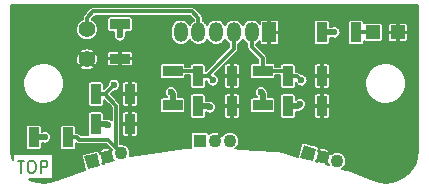
<source format=gbr>
G04 #@! TF.FileFunction,Copper,L1,Top,Signal*
%FSLAX46Y46*%
G04 Gerber Fmt 4.6, Leading zero omitted, Abs format (unit mm)*
G04 Created by KiCad (PCBNEW (2015-01-16 BZR 5376)-product) date 09.04.2015 11:54:56*
%MOMM*%
G01*
G04 APERTURE LIST*
%ADD10C,0.100000*%
%ADD11C,0.150000*%
%ADD12R,1.198880X1.699260*%
%ADD13O,1.198880X1.699260*%
%ADD14R,1.700000X0.900000*%
%ADD15R,0.900000X1.700000*%
%ADD16R,1.198880X1.198880*%
%ADD17C,1.397000*%
%ADD18C,1.100000*%
%ADD19R,1.100000X1.100000*%
%ADD20C,0.600000*%
%ADD21C,0.500000*%
%ADD22C,0.300000*%
G04 APERTURE END LIST*
D10*
D11*
X136358476Y-123912381D02*
X136929905Y-123912381D01*
X136644190Y-124912381D02*
X136644190Y-123912381D01*
X137453714Y-123912381D02*
X137644191Y-123912381D01*
X137739429Y-123960000D01*
X137834667Y-124055238D01*
X137882286Y-124245714D01*
X137882286Y-124579048D01*
X137834667Y-124769524D01*
X137739429Y-124864762D01*
X137644191Y-124912381D01*
X137453714Y-124912381D01*
X137358476Y-124864762D01*
X137263238Y-124769524D01*
X137215619Y-124579048D01*
X137215619Y-124245714D01*
X137263238Y-124055238D01*
X137358476Y-123960000D01*
X137453714Y-123912381D01*
X138310857Y-124912381D02*
X138310857Y-123912381D01*
X138691810Y-123912381D01*
X138787048Y-123960000D01*
X138834667Y-124007619D01*
X138882286Y-124102857D01*
X138882286Y-124245714D01*
X138834667Y-124340952D01*
X138787048Y-124388571D01*
X138691810Y-124436190D01*
X138310857Y-124436190D01*
D12*
X157683800Y-113030000D03*
D13*
X154680000Y-113030000D03*
X156180000Y-113030000D03*
X153180000Y-113030000D03*
X151680000Y-113030000D03*
X150180000Y-113030000D03*
D14*
X157124400Y-119204400D03*
X157124400Y-116304400D03*
D15*
X142974400Y-120802400D03*
X145874400Y-120802400D03*
X151610400Y-119278400D03*
X154510400Y-119278400D03*
X159230400Y-119278400D03*
X162130400Y-119278400D03*
D14*
X145034000Y-112342000D03*
X145034000Y-115242000D03*
D15*
X142974400Y-118262400D03*
X145874400Y-118262400D03*
X151610400Y-116738400D03*
X154510400Y-116738400D03*
X159230400Y-116738400D03*
X162130400Y-116738400D03*
D16*
X166463980Y-113030000D03*
X168562020Y-113030000D03*
D15*
X162126000Y-113030000D03*
X165026000Y-113030000D03*
X137742000Y-121920000D03*
X140642000Y-121920000D03*
D14*
X149504400Y-119204400D03*
X149504400Y-116304400D03*
D17*
X142240000Y-112776000D03*
X142240000Y-115316000D03*
D10*
G36*
X161366583Y-123941310D02*
X160304064Y-123656609D01*
X160588765Y-122594090D01*
X161651284Y-122878791D01*
X161366583Y-123941310D01*
X161366583Y-123941310D01*
G37*
D18*
X162204400Y-123596400D03*
X163431126Y-123925100D03*
D19*
X151790400Y-122224800D03*
D18*
X153060400Y-122224800D03*
X154330400Y-122224800D03*
D10*
G36*
X143363284Y-124314009D02*
X142300765Y-124598710D01*
X142016064Y-123536191D01*
X143078583Y-123251490D01*
X143363284Y-124314009D01*
X143363284Y-124314009D01*
G37*
D18*
X143916400Y-123596400D03*
X145143126Y-123267700D03*
D20*
X163195000Y-113030000D03*
X149352000Y-118110000D03*
X144018000Y-120904000D03*
X160274000Y-119126000D03*
X156972000Y-118110000D03*
X152654000Y-119380000D03*
X138684000Y-121920000D03*
X145034000Y-113284000D03*
X144526000Y-117475000D03*
X152908000Y-117094000D03*
X160401000Y-117094000D03*
D21*
X162126000Y-113030000D02*
X163195000Y-113030000D01*
X149504400Y-119204400D02*
X149504400Y-118262400D01*
X149504400Y-118262400D02*
X149352000Y-118110000D01*
X142974400Y-120802400D02*
X143916400Y-120802400D01*
X143916400Y-120802400D02*
X144018000Y-120904000D01*
X159230400Y-119278400D02*
X160121600Y-119278400D01*
X160121600Y-119278400D02*
X160274000Y-119126000D01*
X157124400Y-119204400D02*
X157124400Y-118262400D01*
X157124400Y-118262400D02*
X156972000Y-118110000D01*
X151610400Y-119278400D02*
X152552400Y-119278400D01*
X152552400Y-119278400D02*
X152654000Y-119380000D01*
X137742000Y-121920000D02*
X138684000Y-121920000D01*
X145034000Y-112342000D02*
X145034000Y-113284000D01*
D22*
X141605000Y-122133000D02*
X144008426Y-122133000D01*
X144008426Y-122133000D02*
X145143126Y-123267700D01*
X140642000Y-121920000D02*
X141392000Y-121920000D01*
X141392000Y-121920000D02*
X141605000Y-122133000D01*
X142974400Y-118262400D02*
X143738600Y-118262400D01*
X143738600Y-118262400D02*
X144526000Y-117475000D01*
X142974400Y-118262400D02*
X143724400Y-118262400D01*
X144693547Y-119231547D02*
X144693547Y-122818121D01*
X143724400Y-118262400D02*
X144693547Y-119231547D01*
X144693547Y-122818121D02*
X145143126Y-123267700D01*
X151610400Y-116738400D02*
X152552400Y-116738400D01*
X152552400Y-116738400D02*
X152908000Y-117094000D01*
X151610400Y-116738400D02*
X152360400Y-116738400D01*
X152360400Y-116738400D02*
X154680000Y-114418800D01*
X154680000Y-114418800D02*
X154680000Y-113030000D01*
X149504400Y-116304400D02*
X151176400Y-116304400D01*
X151176400Y-116304400D02*
X151610400Y-116738400D01*
X160082000Y-116840000D02*
X160147000Y-116840000D01*
X160147000Y-116840000D02*
X160401000Y-117094000D01*
X159230400Y-116738400D02*
X159980400Y-116738400D01*
X159980400Y-116738400D02*
X160082000Y-116840000D01*
X156180000Y-114270000D02*
X157124400Y-115214400D01*
X157124400Y-115214400D02*
X157124400Y-116304400D01*
X156180000Y-113030000D02*
X156180000Y-114270000D01*
X157124400Y-116304400D02*
X158796400Y-116304400D01*
X158796400Y-116304400D02*
X159230400Y-116738400D01*
X165026000Y-113030000D02*
X166463980Y-113030000D01*
X142240000Y-112776000D02*
X142240000Y-111788172D01*
X142240000Y-111788172D02*
X142776172Y-111252000D01*
X151680000Y-111806696D02*
X151680000Y-111880370D01*
D11*
X151680000Y-111880370D02*
X151680000Y-113030000D01*
D22*
X151680000Y-111806696D02*
X151680000Y-113030000D01*
X142776172Y-111252000D02*
X151125304Y-111252000D01*
X151125304Y-111252000D02*
X151680000Y-111806696D01*
D11*
G36*
X170266750Y-123013094D02*
X170213557Y-123555584D01*
X170059918Y-124064461D01*
X169810360Y-124533814D01*
X169474394Y-124945748D01*
X169386460Y-125018493D01*
X169386460Y-113651600D01*
X169386460Y-113607279D01*
X169386460Y-113161250D01*
X169386460Y-112898750D01*
X169386460Y-112452721D01*
X169386460Y-112408400D01*
X169377814Y-112364930D01*
X169360853Y-112323983D01*
X169336229Y-112287131D01*
X169304890Y-112255791D01*
X169268038Y-112231168D01*
X169227091Y-112214207D01*
X169183621Y-112205560D01*
X168693270Y-112205560D01*
X168637020Y-112261810D01*
X168637020Y-112955000D01*
X169330210Y-112955000D01*
X169386460Y-112898750D01*
X169386460Y-113161250D01*
X169330210Y-113105000D01*
X168637020Y-113105000D01*
X168637020Y-113798190D01*
X168693270Y-113854440D01*
X169183621Y-113854440D01*
X169227091Y-113845793D01*
X169268038Y-113828832D01*
X169304890Y-113804209D01*
X169336229Y-113772869D01*
X169360853Y-113736017D01*
X169377814Y-113695070D01*
X169386460Y-113651600D01*
X169386460Y-125018493D01*
X169238074Y-125141248D01*
X169238074Y-117178855D01*
X169172367Y-116847008D01*
X169043455Y-116534243D01*
X168856248Y-116252474D01*
X168617877Y-116012433D01*
X168487020Y-115924168D01*
X168487020Y-113798190D01*
X168487020Y-113105000D01*
X168487020Y-112955000D01*
X168487020Y-112261810D01*
X168430770Y-112205560D01*
X167940419Y-112205560D01*
X167896949Y-112214207D01*
X167856002Y-112231168D01*
X167819150Y-112255791D01*
X167787811Y-112287131D01*
X167763187Y-112323983D01*
X167746226Y-112364930D01*
X167737580Y-112408400D01*
X167737580Y-112452721D01*
X167737580Y-112898750D01*
X167793830Y-112955000D01*
X168487020Y-112955000D01*
X168487020Y-113105000D01*
X167793830Y-113105000D01*
X167737580Y-113161250D01*
X167737580Y-113607279D01*
X167737580Y-113651600D01*
X167746226Y-113695070D01*
X167763187Y-113736017D01*
X167787811Y-113772869D01*
X167819150Y-113804209D01*
X167856002Y-113828832D01*
X167896949Y-113845793D01*
X167940419Y-113854440D01*
X168430770Y-113854440D01*
X168487020Y-113798190D01*
X168487020Y-115924168D01*
X168337422Y-115823264D01*
X168025565Y-115692171D01*
X167694184Y-115624148D01*
X167355902Y-115621787D01*
X167289509Y-115634452D01*
X167289509Y-113629440D01*
X167289509Y-112430560D01*
X167286541Y-112394049D01*
X167267595Y-112333459D01*
X167232551Y-112280524D01*
X167184173Y-112239419D01*
X167126274Y-112213384D01*
X167063420Y-112204471D01*
X165864540Y-112204471D01*
X165828029Y-112207439D01*
X165767439Y-112226385D01*
X165714504Y-112261429D01*
X165702089Y-112276040D01*
X165702089Y-112180000D01*
X165699121Y-112143489D01*
X165680175Y-112082899D01*
X165645131Y-112029964D01*
X165596753Y-111988859D01*
X165538854Y-111962824D01*
X165476000Y-111953911D01*
X164576000Y-111953911D01*
X164539489Y-111956879D01*
X164478899Y-111975825D01*
X164425964Y-112010869D01*
X164384859Y-112059247D01*
X164358824Y-112117146D01*
X164349911Y-112180000D01*
X164349911Y-113880000D01*
X164352879Y-113916511D01*
X164371825Y-113977101D01*
X164406869Y-114030036D01*
X164455247Y-114071141D01*
X164513146Y-114097176D01*
X164576000Y-114106089D01*
X165476000Y-114106089D01*
X165512511Y-114103121D01*
X165573101Y-114084175D01*
X165626036Y-114049131D01*
X165667141Y-114000753D01*
X165693176Y-113942854D01*
X165702089Y-113880000D01*
X165702089Y-113785151D01*
X165743787Y-113820581D01*
X165801686Y-113846616D01*
X165864540Y-113855529D01*
X167063420Y-113855529D01*
X167099931Y-113852561D01*
X167160521Y-113833615D01*
X167213456Y-113798571D01*
X167254561Y-113750193D01*
X167280596Y-113692294D01*
X167289509Y-113629440D01*
X167289509Y-115634452D01*
X167023604Y-115685176D01*
X166709947Y-115811902D01*
X166426878Y-115997137D01*
X166185179Y-116233826D01*
X165994056Y-116512954D01*
X165860790Y-116823888D01*
X165790455Y-117154786D01*
X165785732Y-117493043D01*
X165846800Y-117825775D01*
X165971333Y-118140309D01*
X166154587Y-118424665D01*
X166389583Y-118668010D01*
X166667370Y-118861077D01*
X166977366Y-118996511D01*
X167307765Y-119069154D01*
X167645981Y-119076238D01*
X167979131Y-119017495D01*
X168294527Y-118895161D01*
X168580155Y-118713896D01*
X168825135Y-118480605D01*
X169020136Y-118204173D01*
X169157731Y-117895129D01*
X169232679Y-117565246D01*
X169238074Y-117178855D01*
X169238074Y-125141248D01*
X169064810Y-125284585D01*
X168597220Y-125537409D01*
X168089422Y-125694600D01*
X167560761Y-125750163D01*
X167031382Y-125701986D01*
X166510910Y-125548803D01*
X166424088Y-125511853D01*
X166424047Y-125511840D01*
X166421192Y-125510640D01*
X164630471Y-124772558D01*
X164615514Y-124768042D01*
X164600982Y-124762320D01*
X164597281Y-124761294D01*
X163869280Y-124564967D01*
X163910572Y-124538763D01*
X164020636Y-124433951D01*
X164108245Y-124309757D01*
X164170063Y-124170912D01*
X164203735Y-124022703D01*
X164206159Y-123849107D01*
X164176639Y-123700016D01*
X164118721Y-123559499D01*
X164034614Y-123432907D01*
X163927520Y-123325063D01*
X163801518Y-123240074D01*
X163720022Y-123205815D01*
X163720022Y-112978521D01*
X163700024Y-112877524D01*
X163660790Y-112782335D01*
X163603814Y-112696579D01*
X163531267Y-112623523D01*
X163445911Y-112565950D01*
X163350998Y-112526052D01*
X163250143Y-112505350D01*
X163147188Y-112504631D01*
X163046054Y-112523924D01*
X162969136Y-112555000D01*
X162802089Y-112555000D01*
X162802089Y-112180000D01*
X162799121Y-112143489D01*
X162780175Y-112082899D01*
X162745131Y-112029964D01*
X162696753Y-111988859D01*
X162638854Y-111962824D01*
X162576000Y-111953911D01*
X161676000Y-111953911D01*
X161639489Y-111956879D01*
X161578899Y-111975825D01*
X161525964Y-112010869D01*
X161484859Y-112059247D01*
X161458824Y-112117146D01*
X161449911Y-112180000D01*
X161449911Y-113880000D01*
X161452879Y-113916511D01*
X161471825Y-113977101D01*
X161506869Y-114030036D01*
X161555247Y-114071141D01*
X161613146Y-114097176D01*
X161676000Y-114106089D01*
X162576000Y-114106089D01*
X162612511Y-114103121D01*
X162673101Y-114084175D01*
X162726036Y-114049131D01*
X162767141Y-114000753D01*
X162793176Y-113942854D01*
X162802089Y-113880000D01*
X162802089Y-113505000D01*
X162970821Y-113505000D01*
X163031981Y-113531720D01*
X163132537Y-113553829D01*
X163235472Y-113555985D01*
X163336866Y-113538107D01*
X163432856Y-113500875D01*
X163519786Y-113445707D01*
X163594345Y-113374706D01*
X163653693Y-113290574D01*
X163695570Y-113196517D01*
X163718380Y-113096118D01*
X163720022Y-112978521D01*
X163720022Y-123205815D01*
X163661409Y-123181177D01*
X163512528Y-123150616D01*
X163360546Y-123149555D01*
X163211253Y-123178034D01*
X163070334Y-123234969D01*
X162943158Y-123318191D01*
X162912538Y-123348175D01*
X162864223Y-123302053D01*
X162805400Y-123336014D01*
X162805400Y-120150560D01*
X162805400Y-120106239D01*
X162805400Y-119409650D01*
X162805400Y-119147150D01*
X162805400Y-118450561D01*
X162805400Y-118406240D01*
X162805400Y-117610560D01*
X162805400Y-117566239D01*
X162805400Y-116869650D01*
X162805400Y-116607150D01*
X162805400Y-115910561D01*
X162805400Y-115866240D01*
X162796754Y-115822770D01*
X162779793Y-115781823D01*
X162755169Y-115744971D01*
X162723830Y-115713631D01*
X162686978Y-115689008D01*
X162646031Y-115672047D01*
X162602561Y-115663400D01*
X162261650Y-115663400D01*
X162205400Y-115719650D01*
X162205400Y-116663400D01*
X162749150Y-116663400D01*
X162805400Y-116607150D01*
X162805400Y-116869650D01*
X162749150Y-116813400D01*
X162205400Y-116813400D01*
X162205400Y-117757150D01*
X162261650Y-117813400D01*
X162602561Y-117813400D01*
X162646031Y-117804753D01*
X162686978Y-117787792D01*
X162723830Y-117763169D01*
X162755169Y-117731829D01*
X162779793Y-117694977D01*
X162796754Y-117654030D01*
X162805400Y-117610560D01*
X162805400Y-118406240D01*
X162796754Y-118362770D01*
X162779793Y-118321823D01*
X162755169Y-118284971D01*
X162723830Y-118253631D01*
X162686978Y-118229008D01*
X162646031Y-118212047D01*
X162602561Y-118203400D01*
X162261650Y-118203400D01*
X162205400Y-118259650D01*
X162205400Y-119203400D01*
X162749150Y-119203400D01*
X162805400Y-119147150D01*
X162805400Y-119409650D01*
X162749150Y-119353400D01*
X162205400Y-119353400D01*
X162205400Y-120297150D01*
X162261650Y-120353400D01*
X162602561Y-120353400D01*
X162646031Y-120344753D01*
X162686978Y-120327792D01*
X162723830Y-120303169D01*
X162755169Y-120271829D01*
X162779793Y-120234977D01*
X162796754Y-120194030D01*
X162805400Y-120150560D01*
X162805400Y-123336014D01*
X162789223Y-123345354D01*
X162789223Y-123172150D01*
X162759590Y-123050309D01*
X162642385Y-122952490D01*
X162508348Y-122879416D01*
X162362631Y-122833895D01*
X162210834Y-122817677D01*
X162058788Y-122831385D01*
X162055400Y-122832174D01*
X162055400Y-120297150D01*
X162055400Y-119353400D01*
X162055400Y-119203400D01*
X162055400Y-118259650D01*
X162055400Y-117757150D01*
X162055400Y-116813400D01*
X162055400Y-116663400D01*
X162055400Y-115719650D01*
X161999150Y-115663400D01*
X161658239Y-115663400D01*
X161614769Y-115672047D01*
X161573822Y-115689008D01*
X161536970Y-115713631D01*
X161505631Y-115744971D01*
X161481007Y-115781823D01*
X161464046Y-115822770D01*
X161455400Y-115866240D01*
X161455400Y-115910561D01*
X161455400Y-116607150D01*
X161511650Y-116663400D01*
X162055400Y-116663400D01*
X162055400Y-116813400D01*
X161511650Y-116813400D01*
X161455400Y-116869650D01*
X161455400Y-117566239D01*
X161455400Y-117610560D01*
X161464046Y-117654030D01*
X161481007Y-117694977D01*
X161505631Y-117731829D01*
X161536970Y-117763169D01*
X161573822Y-117787792D01*
X161614769Y-117804753D01*
X161658239Y-117813400D01*
X161999150Y-117813400D01*
X162055400Y-117757150D01*
X162055400Y-118259650D01*
X161999150Y-118203400D01*
X161658239Y-118203400D01*
X161614769Y-118212047D01*
X161573822Y-118229008D01*
X161536970Y-118253631D01*
X161505631Y-118284971D01*
X161481007Y-118321823D01*
X161464046Y-118362770D01*
X161455400Y-118406240D01*
X161455400Y-118450561D01*
X161455400Y-119147150D01*
X161511650Y-119203400D01*
X162055400Y-119203400D01*
X162055400Y-119353400D01*
X161511650Y-119353400D01*
X161455400Y-119409650D01*
X161455400Y-120106239D01*
X161455400Y-120150560D01*
X161464046Y-120194030D01*
X161481007Y-120234977D01*
X161505631Y-120271829D01*
X161536970Y-120303169D01*
X161573822Y-120327792D01*
X161614769Y-120344753D01*
X161658239Y-120353400D01*
X161999150Y-120353400D01*
X162055400Y-120297150D01*
X162055400Y-122832174D01*
X161996637Y-122845876D01*
X161910053Y-122936577D01*
X162231852Y-123493948D01*
X162789223Y-123172150D01*
X162789223Y-123345354D01*
X162326548Y-123612479D01*
X162324610Y-123610541D01*
X162317373Y-123617777D01*
X162306852Y-123623852D01*
X162308479Y-123626671D01*
X162218541Y-123716610D01*
X162554196Y-124052265D01*
X162628650Y-124181223D01*
X162672491Y-124170560D01*
X162701768Y-124199837D01*
X162705037Y-124196567D01*
X162729163Y-124257501D01*
X162457129Y-124184139D01*
X162188320Y-123718548D01*
X162190259Y-123716610D01*
X162183022Y-123709373D01*
X162176948Y-123698852D01*
X162174128Y-123700479D01*
X162084190Y-123610541D01*
X161748536Y-123946194D01*
X161693224Y-123978129D01*
X161597685Y-123952364D01*
X161626936Y-123843196D01*
X162082251Y-123580320D01*
X162084190Y-123582259D01*
X162091426Y-123575022D01*
X162101948Y-123568948D01*
X162100320Y-123566128D01*
X162190259Y-123476190D01*
X161854603Y-123140534D01*
X161827700Y-123093936D01*
X161869669Y-122937307D01*
X161876252Y-122901272D01*
X161873634Y-122837843D01*
X161853484Y-122777642D01*
X161817393Y-122725416D01*
X161768206Y-122685283D01*
X161709800Y-122660406D01*
X160926022Y-122450393D01*
X160926022Y-117042521D01*
X160906024Y-116941524D01*
X160866790Y-116846335D01*
X160809814Y-116760579D01*
X160737267Y-116687523D01*
X160651911Y-116629950D01*
X160556998Y-116590052D01*
X160456143Y-116569350D01*
X160405053Y-116568993D01*
X160385425Y-116552870D01*
X160358863Y-116530582D01*
X160357132Y-116529630D01*
X160355611Y-116528381D01*
X160325103Y-116512022D01*
X160294728Y-116495324D01*
X160292849Y-116494728D01*
X160291111Y-116493796D01*
X160258001Y-116483673D01*
X160255075Y-116482745D01*
X160245565Y-116473235D01*
X160218825Y-116451270D01*
X160192263Y-116428982D01*
X160190532Y-116428030D01*
X160189011Y-116426781D01*
X160158503Y-116410422D01*
X160128128Y-116393724D01*
X160126249Y-116393128D01*
X160124511Y-116392196D01*
X160091401Y-116382073D01*
X160058367Y-116371595D01*
X160056404Y-116371374D01*
X160054521Y-116370799D01*
X160020047Y-116367296D01*
X159985636Y-116363437D01*
X159981785Y-116363409D01*
X159981709Y-116363402D01*
X159981637Y-116363408D01*
X159980400Y-116363400D01*
X159906489Y-116363400D01*
X159906489Y-115888400D01*
X159903521Y-115851889D01*
X159884575Y-115791299D01*
X159849531Y-115738364D01*
X159801153Y-115697259D01*
X159743254Y-115671224D01*
X159680400Y-115662311D01*
X158780400Y-115662311D01*
X158743889Y-115665279D01*
X158683299Y-115684225D01*
X158630364Y-115719269D01*
X158589259Y-115767647D01*
X158563224Y-115825546D01*
X158554311Y-115888400D01*
X158554311Y-115929400D01*
X158508240Y-115929400D01*
X158508240Y-113901790D01*
X158508240Y-113857469D01*
X158508240Y-113161250D01*
X158508240Y-112898750D01*
X158508240Y-112202531D01*
X158508240Y-112158210D01*
X158499594Y-112114740D01*
X158482633Y-112073793D01*
X158458009Y-112036941D01*
X158426670Y-112005601D01*
X158389818Y-111980978D01*
X158348871Y-111964017D01*
X158305401Y-111955370D01*
X157815050Y-111955370D01*
X157758800Y-112011620D01*
X157758800Y-112955000D01*
X158451990Y-112955000D01*
X158508240Y-112898750D01*
X158508240Y-113161250D01*
X158451990Y-113105000D01*
X157758800Y-113105000D01*
X157758800Y-114048380D01*
X157815050Y-114104630D01*
X158305401Y-114104630D01*
X158348871Y-114095983D01*
X158389818Y-114079022D01*
X158426670Y-114054399D01*
X158458009Y-114023059D01*
X158482633Y-113986207D01*
X158499594Y-113945260D01*
X158508240Y-113901790D01*
X158508240Y-115929400D01*
X158200489Y-115929400D01*
X158200489Y-115854400D01*
X158197521Y-115817889D01*
X158178575Y-115757299D01*
X158143531Y-115704364D01*
X158095153Y-115663259D01*
X158037254Y-115637224D01*
X157974400Y-115628311D01*
X157499400Y-115628311D01*
X157499400Y-115214400D01*
X157496020Y-115179930D01*
X157493001Y-115145418D01*
X157492450Y-115143522D01*
X157492258Y-115141562D01*
X157482248Y-115108408D01*
X157472582Y-115075137D01*
X157471675Y-115073387D01*
X157471105Y-115071499D01*
X157454840Y-115040909D01*
X157438901Y-115010160D01*
X157437670Y-115008618D01*
X157436745Y-115006878D01*
X157414843Y-114980024D01*
X157393241Y-114952963D01*
X157390536Y-114950220D01*
X157390489Y-114950162D01*
X157390435Y-114950117D01*
X157389565Y-114949235D01*
X156555000Y-114114670D01*
X156555000Y-114015210D01*
X156631433Y-113975252D01*
X156756830Y-113874430D01*
X156859360Y-113752239D01*
X156859360Y-113857469D01*
X156859360Y-113901790D01*
X156868006Y-113945260D01*
X156884967Y-113986207D01*
X156909591Y-114023059D01*
X156940930Y-114054399D01*
X156977782Y-114079022D01*
X157018729Y-114095983D01*
X157062199Y-114104630D01*
X157552550Y-114104630D01*
X157608800Y-114048380D01*
X157608800Y-113105000D01*
X157588800Y-113105000D01*
X157588800Y-112955000D01*
X157608800Y-112955000D01*
X157608800Y-112011620D01*
X157552550Y-111955370D01*
X157062199Y-111955370D01*
X157018729Y-111964017D01*
X156977782Y-111980978D01*
X156940930Y-112005601D01*
X156909591Y-112036941D01*
X156884967Y-112073793D01*
X156868006Y-112114740D01*
X156859360Y-112158210D01*
X156859360Y-112202531D01*
X156859360Y-112309379D01*
X156764998Y-112193681D01*
X156641021Y-112091118D01*
X156499483Y-112014589D01*
X156345777Y-111967009D01*
X156185756Y-111950190D01*
X156025515Y-111964773D01*
X155871159Y-112010203D01*
X155728567Y-112084748D01*
X155603170Y-112185570D01*
X155499743Y-112308829D01*
X155429529Y-112436547D01*
X155366694Y-112318372D01*
X155264998Y-112193681D01*
X155141021Y-112091118D01*
X154999483Y-112014589D01*
X154845777Y-111967009D01*
X154685756Y-111950190D01*
X154525515Y-111964773D01*
X154371159Y-112010203D01*
X154228567Y-112084748D01*
X154103170Y-112185570D01*
X153999743Y-112308829D01*
X153929529Y-112436547D01*
X153866694Y-112318372D01*
X153764998Y-112193681D01*
X153641021Y-112091118D01*
X153499483Y-112014589D01*
X153345777Y-111967009D01*
X153185756Y-111950190D01*
X153025515Y-111964773D01*
X152871159Y-112010203D01*
X152728567Y-112084748D01*
X152603170Y-112185570D01*
X152499743Y-112308829D01*
X152429529Y-112436547D01*
X152366694Y-112318372D01*
X152264998Y-112193681D01*
X152141021Y-112091118D01*
X152055000Y-112044606D01*
X152055000Y-111880370D01*
X152055000Y-111806696D01*
X152051629Y-111772317D01*
X152048602Y-111737714D01*
X152048049Y-111735813D01*
X152047858Y-111733858D01*
X152037861Y-111700745D01*
X152028182Y-111667433D01*
X152027275Y-111665683D01*
X152026705Y-111663795D01*
X152010450Y-111633224D01*
X151994502Y-111602457D01*
X151993270Y-111600913D01*
X151992345Y-111599174D01*
X151970453Y-111572331D01*
X151948842Y-111545260D01*
X151946136Y-111542516D01*
X151946089Y-111542458D01*
X151946035Y-111542413D01*
X151945165Y-111541531D01*
X151390469Y-110986835D01*
X151363729Y-110964870D01*
X151337167Y-110942582D01*
X151335436Y-110941630D01*
X151333915Y-110940381D01*
X151303407Y-110924022D01*
X151273032Y-110907324D01*
X151271153Y-110906728D01*
X151269415Y-110905796D01*
X151236305Y-110895673D01*
X151203271Y-110885195D01*
X151201308Y-110884974D01*
X151199425Y-110884399D01*
X151164951Y-110880896D01*
X151130540Y-110877037D01*
X151126689Y-110877009D01*
X151126613Y-110877002D01*
X151126541Y-110877008D01*
X151125304Y-110877000D01*
X142776172Y-110877000D01*
X142741793Y-110880370D01*
X142707190Y-110883398D01*
X142705289Y-110883950D01*
X142703334Y-110884142D01*
X142670221Y-110894138D01*
X142636909Y-110903818D01*
X142635159Y-110904724D01*
X142633271Y-110905295D01*
X142602661Y-110921570D01*
X142571933Y-110937499D01*
X142570393Y-110938727D01*
X142568650Y-110939655D01*
X142541749Y-110961593D01*
X142514736Y-110983159D01*
X142511993Y-110985862D01*
X142511934Y-110985911D01*
X142511888Y-110985966D01*
X142511007Y-110986835D01*
X141974835Y-111523007D01*
X141952870Y-111549746D01*
X141930582Y-111576309D01*
X141929630Y-111578039D01*
X141928381Y-111579561D01*
X141912022Y-111610068D01*
X141895324Y-111640444D01*
X141894728Y-111642322D01*
X141893796Y-111644061D01*
X141883673Y-111677170D01*
X141873195Y-111710205D01*
X141872974Y-111712167D01*
X141872399Y-111714051D01*
X141868896Y-111748524D01*
X141865037Y-111782936D01*
X141865009Y-111786786D01*
X141865002Y-111786863D01*
X141865008Y-111786934D01*
X141865000Y-111788172D01*
X141865000Y-111931440D01*
X141810076Y-111953631D01*
X141658532Y-112052799D01*
X141529135Y-112179514D01*
X141426815Y-112328948D01*
X141355470Y-112495410D01*
X141317815Y-112672560D01*
X141315287Y-112853650D01*
X141347980Y-113031783D01*
X141414650Y-113200172D01*
X141512758Y-113352405D01*
X141638565Y-113482683D01*
X141787282Y-113586044D01*
X141953242Y-113658550D01*
X142130125Y-113697440D01*
X142311193Y-113701233D01*
X142489549Y-113669784D01*
X142658400Y-113604291D01*
X142811314Y-113507249D01*
X142942467Y-113382353D01*
X143046863Y-113234362D01*
X143120527Y-113068912D01*
X143160651Y-112892305D01*
X143163539Y-112685446D01*
X143128362Y-112507788D01*
X143059347Y-112340345D01*
X142959124Y-112189497D01*
X142831509Y-112060988D01*
X142681364Y-111959714D01*
X142623226Y-111935275D01*
X142931502Y-111627000D01*
X150969973Y-111627000D01*
X151305000Y-111962026D01*
X151305000Y-112044789D01*
X151228567Y-112084748D01*
X151103170Y-112185570D01*
X150999743Y-112308829D01*
X150929529Y-112436547D01*
X150866694Y-112318372D01*
X150764998Y-112193681D01*
X150641021Y-112091118D01*
X150499483Y-112014589D01*
X150345777Y-111967009D01*
X150185756Y-111950190D01*
X150025515Y-111964773D01*
X149871159Y-112010203D01*
X149728567Y-112084748D01*
X149603170Y-112185570D01*
X149499743Y-112308829D01*
X149422228Y-112449829D01*
X149373576Y-112603199D01*
X149355640Y-112763099D01*
X149355560Y-112774610D01*
X149355560Y-113285390D01*
X149371261Y-113445525D01*
X149417767Y-113599560D01*
X149493306Y-113741628D01*
X149595002Y-113866319D01*
X149718979Y-113968882D01*
X149860517Y-114045411D01*
X150014223Y-114092991D01*
X150174244Y-114109810D01*
X150334485Y-114095227D01*
X150488841Y-114049797D01*
X150631433Y-113975252D01*
X150756830Y-113874430D01*
X150860257Y-113751171D01*
X150930470Y-113623452D01*
X150993306Y-113741628D01*
X151095002Y-113866319D01*
X151218979Y-113968882D01*
X151360517Y-114045411D01*
X151514223Y-114092991D01*
X151674244Y-114109810D01*
X151834485Y-114095227D01*
X151988841Y-114049797D01*
X152131433Y-113975252D01*
X152256830Y-113874430D01*
X152360257Y-113751171D01*
X152430470Y-113623452D01*
X152493306Y-113741628D01*
X152595002Y-113866319D01*
X152718979Y-113968882D01*
X152860517Y-114045411D01*
X153014223Y-114092991D01*
X153174244Y-114109810D01*
X153334485Y-114095227D01*
X153488841Y-114049797D01*
X153631433Y-113975252D01*
X153756830Y-113874430D01*
X153860257Y-113751171D01*
X153930470Y-113623452D01*
X153993306Y-113741628D01*
X154095002Y-113866319D01*
X154218979Y-113968882D01*
X154305000Y-114015393D01*
X154305000Y-114263470D01*
X152286489Y-116281981D01*
X152286489Y-115888400D01*
X152283521Y-115851889D01*
X152264575Y-115791299D01*
X152229531Y-115738364D01*
X152181153Y-115697259D01*
X152123254Y-115671224D01*
X152060400Y-115662311D01*
X151160400Y-115662311D01*
X151123889Y-115665279D01*
X151063299Y-115684225D01*
X151010364Y-115719269D01*
X150969259Y-115767647D01*
X150943224Y-115825546D01*
X150934311Y-115888400D01*
X150934311Y-115929400D01*
X150580489Y-115929400D01*
X150580489Y-115854400D01*
X150577521Y-115817889D01*
X150558575Y-115757299D01*
X150523531Y-115704364D01*
X150475153Y-115663259D01*
X150417254Y-115637224D01*
X150354400Y-115628311D01*
X148654400Y-115628311D01*
X148617889Y-115631279D01*
X148557299Y-115650225D01*
X148504364Y-115685269D01*
X148463259Y-115733647D01*
X148437224Y-115791546D01*
X148428311Y-115854400D01*
X148428311Y-116754400D01*
X148431279Y-116790911D01*
X148450225Y-116851501D01*
X148485269Y-116904436D01*
X148533647Y-116945541D01*
X148591546Y-116971576D01*
X148654400Y-116980489D01*
X150354400Y-116980489D01*
X150390911Y-116977521D01*
X150451501Y-116958575D01*
X150504436Y-116923531D01*
X150545541Y-116875153D01*
X150571576Y-116817254D01*
X150580489Y-116754400D01*
X150580489Y-116679400D01*
X150934311Y-116679400D01*
X150934311Y-117588400D01*
X150937279Y-117624911D01*
X150956225Y-117685501D01*
X150991269Y-117738436D01*
X151039647Y-117779541D01*
X151097546Y-117805576D01*
X151160400Y-117814489D01*
X152060400Y-117814489D01*
X152096911Y-117811521D01*
X152157501Y-117792575D01*
X152210436Y-117757531D01*
X152251541Y-117709153D01*
X152277576Y-117651254D01*
X152286489Y-117588400D01*
X152286489Y-117113400D01*
X152360400Y-117113400D01*
X152382655Y-117113400D01*
X152382310Y-117138143D01*
X152400896Y-117239410D01*
X152438797Y-117335137D01*
X152494570Y-117421680D01*
X152566091Y-117495742D01*
X152650635Y-117554501D01*
X152744981Y-117595720D01*
X152845537Y-117617829D01*
X152948472Y-117619985D01*
X153049866Y-117602107D01*
X153145856Y-117564875D01*
X153232786Y-117509707D01*
X153307345Y-117438706D01*
X153366693Y-117354574D01*
X153408570Y-117260517D01*
X153431380Y-117160118D01*
X153433022Y-117042521D01*
X153413024Y-116941524D01*
X153373790Y-116846335D01*
X153316814Y-116760579D01*
X153244267Y-116687523D01*
X153158911Y-116629950D01*
X153063998Y-116590052D01*
X153043322Y-116585807D01*
X154945165Y-114683965D01*
X154967111Y-114657247D01*
X154989418Y-114630663D01*
X154990371Y-114628929D01*
X154991619Y-114627410D01*
X155007965Y-114596924D01*
X155024676Y-114566528D01*
X155025272Y-114564649D01*
X155026204Y-114562911D01*
X155036339Y-114529760D01*
X155046805Y-114496767D01*
X155047024Y-114494809D01*
X155047602Y-114492921D01*
X155051108Y-114458397D01*
X155054963Y-114424036D01*
X155054990Y-114420185D01*
X155054998Y-114420109D01*
X155054991Y-114420037D01*
X155055000Y-114418800D01*
X155055000Y-114015210D01*
X155131433Y-113975252D01*
X155256830Y-113874430D01*
X155360257Y-113751171D01*
X155430470Y-113623452D01*
X155493306Y-113741628D01*
X155595002Y-113866319D01*
X155718979Y-113968882D01*
X155805000Y-114015393D01*
X155805000Y-114270000D01*
X155808380Y-114304473D01*
X155811399Y-114338982D01*
X155811949Y-114340877D01*
X155812142Y-114342838D01*
X155822151Y-114375991D01*
X155831818Y-114409263D01*
X155832724Y-114411012D01*
X155833295Y-114412901D01*
X155849570Y-114443510D01*
X155865499Y-114474239D01*
X155866727Y-114475778D01*
X155867655Y-114477522D01*
X155889593Y-114504422D01*
X155911159Y-114531436D01*
X155913862Y-114534178D01*
X155913911Y-114534238D01*
X155913966Y-114534283D01*
X155914835Y-114535165D01*
X156749400Y-115369730D01*
X156749400Y-115628311D01*
X156274400Y-115628311D01*
X156237889Y-115631279D01*
X156177299Y-115650225D01*
X156124364Y-115685269D01*
X156083259Y-115733647D01*
X156057224Y-115791546D01*
X156048311Y-115854400D01*
X156048311Y-116754400D01*
X156051279Y-116790911D01*
X156070225Y-116851501D01*
X156105269Y-116904436D01*
X156153647Y-116945541D01*
X156211546Y-116971576D01*
X156274400Y-116980489D01*
X157974400Y-116980489D01*
X158010911Y-116977521D01*
X158071501Y-116958575D01*
X158124436Y-116923531D01*
X158165541Y-116875153D01*
X158191576Y-116817254D01*
X158200489Y-116754400D01*
X158200489Y-116679400D01*
X158554311Y-116679400D01*
X158554311Y-117588400D01*
X158557279Y-117624911D01*
X158576225Y-117685501D01*
X158611269Y-117738436D01*
X158659647Y-117779541D01*
X158717546Y-117805576D01*
X158780400Y-117814489D01*
X159680400Y-117814489D01*
X159716911Y-117811521D01*
X159777501Y-117792575D01*
X159830436Y-117757531D01*
X159871541Y-117709153D01*
X159897576Y-117651254D01*
X159906489Y-117588400D01*
X159906489Y-117271216D01*
X159931797Y-117335137D01*
X159987570Y-117421680D01*
X160059091Y-117495742D01*
X160143635Y-117554501D01*
X160237981Y-117595720D01*
X160338537Y-117617829D01*
X160441472Y-117619985D01*
X160542866Y-117602107D01*
X160638856Y-117564875D01*
X160725786Y-117509707D01*
X160800345Y-117438706D01*
X160859693Y-117354574D01*
X160901570Y-117260517D01*
X160924380Y-117160118D01*
X160926022Y-117042521D01*
X160926022Y-122450393D01*
X160799022Y-122416363D01*
X160799022Y-119074521D01*
X160779024Y-118973524D01*
X160739790Y-118878335D01*
X160682814Y-118792579D01*
X160610267Y-118719523D01*
X160524911Y-118661950D01*
X160429998Y-118622052D01*
X160329143Y-118601350D01*
X160226188Y-118600631D01*
X160125054Y-118619924D01*
X160029593Y-118658492D01*
X159943441Y-118714868D01*
X159906489Y-118751054D01*
X159906489Y-118428400D01*
X159903521Y-118391889D01*
X159884575Y-118331299D01*
X159849531Y-118278364D01*
X159801153Y-118237259D01*
X159743254Y-118211224D01*
X159680400Y-118202311D01*
X158780400Y-118202311D01*
X158743889Y-118205279D01*
X158683299Y-118224225D01*
X158630364Y-118259269D01*
X158589259Y-118307647D01*
X158563224Y-118365546D01*
X158554311Y-118428400D01*
X158554311Y-120128400D01*
X158557279Y-120164911D01*
X158576225Y-120225501D01*
X158611269Y-120278436D01*
X158659647Y-120319541D01*
X158717546Y-120345576D01*
X158780400Y-120354489D01*
X159680400Y-120354489D01*
X159716911Y-120351521D01*
X159777501Y-120332575D01*
X159830436Y-120297531D01*
X159871541Y-120249153D01*
X159897576Y-120191254D01*
X159906489Y-120128400D01*
X159906489Y-119753400D01*
X160121600Y-119753400D01*
X160165290Y-119749116D01*
X160208977Y-119745294D01*
X160211372Y-119744597D01*
X160213861Y-119744354D01*
X160255896Y-119731662D01*
X160298000Y-119719430D01*
X160300216Y-119718281D01*
X160302608Y-119717559D01*
X160341373Y-119696947D01*
X160380304Y-119676768D01*
X160382253Y-119675211D01*
X160384461Y-119674038D01*
X160418443Y-119646322D01*
X160450643Y-119620617D01*
X160511856Y-119596875D01*
X160598786Y-119541707D01*
X160673345Y-119470706D01*
X160732693Y-119386574D01*
X160774570Y-119292517D01*
X160797380Y-119192118D01*
X160799022Y-119074521D01*
X160799022Y-122416363D01*
X160647281Y-122375705D01*
X160611246Y-122369122D01*
X160547817Y-122371740D01*
X160487616Y-122391890D01*
X160435390Y-122427981D01*
X160395257Y-122477168D01*
X160370380Y-122535574D01*
X160099044Y-123548212D01*
X158473178Y-123109750D01*
X158448602Y-123105640D01*
X158424072Y-123101186D01*
X158420243Y-123100898D01*
X158420242Y-123100898D01*
X158200489Y-123085945D01*
X158200489Y-119654400D01*
X158200489Y-118754400D01*
X158197521Y-118717889D01*
X158178575Y-118657299D01*
X158143531Y-118604364D01*
X158095153Y-118563259D01*
X158037254Y-118537224D01*
X157974400Y-118528311D01*
X157599400Y-118528311D01*
X157599400Y-118262400D01*
X157595116Y-118218709D01*
X157591294Y-118175023D01*
X157590597Y-118172627D01*
X157590354Y-118170139D01*
X157577662Y-118128103D01*
X157565430Y-118086000D01*
X157564281Y-118083783D01*
X157563559Y-118081392D01*
X157542947Y-118042626D01*
X157522768Y-118003696D01*
X157521211Y-118001746D01*
X157520038Y-117999539D01*
X157492322Y-117965556D01*
X157467538Y-117934509D01*
X157437790Y-117862335D01*
X157380814Y-117776579D01*
X157308267Y-117703523D01*
X157222911Y-117645950D01*
X157127998Y-117606052D01*
X157027143Y-117585350D01*
X156924188Y-117584631D01*
X156823054Y-117603924D01*
X156727593Y-117642492D01*
X156641441Y-117698868D01*
X156567881Y-117770904D01*
X156509713Y-117855856D01*
X156469154Y-117950488D01*
X156447748Y-118051196D01*
X156446310Y-118154143D01*
X156464896Y-118255410D01*
X156502797Y-118351137D01*
X156558570Y-118437680D01*
X156630091Y-118511742D01*
X156649400Y-118525161D01*
X156649400Y-118528311D01*
X156274400Y-118528311D01*
X156237889Y-118531279D01*
X156177299Y-118550225D01*
X156124364Y-118585269D01*
X156083259Y-118633647D01*
X156057224Y-118691546D01*
X156048311Y-118754400D01*
X156048311Y-119654400D01*
X156051279Y-119690911D01*
X156070225Y-119751501D01*
X156105269Y-119804436D01*
X156153647Y-119845541D01*
X156211546Y-119871576D01*
X156274400Y-119880489D01*
X157974400Y-119880489D01*
X158010911Y-119877521D01*
X158071501Y-119858575D01*
X158124436Y-119823531D01*
X158165541Y-119775153D01*
X158191576Y-119717254D01*
X158200489Y-119654400D01*
X158200489Y-123085945D01*
X155185400Y-122880796D01*
X155185400Y-120150560D01*
X155185400Y-120106239D01*
X155185400Y-119409650D01*
X155185400Y-119147150D01*
X155185400Y-118450561D01*
X155185400Y-118406240D01*
X155185400Y-117610560D01*
X155185400Y-117566239D01*
X155185400Y-116869650D01*
X155185400Y-116607150D01*
X155185400Y-115910561D01*
X155185400Y-115866240D01*
X155176754Y-115822770D01*
X155159793Y-115781823D01*
X155135169Y-115744971D01*
X155103830Y-115713631D01*
X155066978Y-115689008D01*
X155026031Y-115672047D01*
X154982561Y-115663400D01*
X154641650Y-115663400D01*
X154585400Y-115719650D01*
X154585400Y-116663400D01*
X155129150Y-116663400D01*
X155185400Y-116607150D01*
X155185400Y-116869650D01*
X155129150Y-116813400D01*
X154585400Y-116813400D01*
X154585400Y-117757150D01*
X154641650Y-117813400D01*
X154982561Y-117813400D01*
X155026031Y-117804753D01*
X155066978Y-117787792D01*
X155103830Y-117763169D01*
X155135169Y-117731829D01*
X155159793Y-117694977D01*
X155176754Y-117654030D01*
X155185400Y-117610560D01*
X155185400Y-118406240D01*
X155176754Y-118362770D01*
X155159793Y-118321823D01*
X155135169Y-118284971D01*
X155103830Y-118253631D01*
X155066978Y-118229008D01*
X155026031Y-118212047D01*
X154982561Y-118203400D01*
X154641650Y-118203400D01*
X154585400Y-118259650D01*
X154585400Y-119203400D01*
X155129150Y-119203400D01*
X155185400Y-119147150D01*
X155185400Y-119409650D01*
X155129150Y-119353400D01*
X154585400Y-119353400D01*
X154585400Y-120297150D01*
X154641650Y-120353400D01*
X154982561Y-120353400D01*
X155026031Y-120344753D01*
X155066978Y-120327792D01*
X155103830Y-120303169D01*
X155135169Y-120271829D01*
X155159793Y-120234977D01*
X155176754Y-120194030D01*
X155185400Y-120150560D01*
X155185400Y-122880796D01*
X154785964Y-122853618D01*
X154809846Y-122838463D01*
X154919910Y-122733651D01*
X155007519Y-122609457D01*
X155069337Y-122470612D01*
X155103009Y-122322403D01*
X155105433Y-122148807D01*
X155075913Y-121999716D01*
X155017995Y-121859199D01*
X154933888Y-121732607D01*
X154826794Y-121624763D01*
X154700792Y-121539774D01*
X154560683Y-121480877D01*
X154435400Y-121455159D01*
X154435400Y-120297150D01*
X154435400Y-119353400D01*
X154435400Y-119203400D01*
X154435400Y-118259650D01*
X154435400Y-117757150D01*
X154435400Y-116813400D01*
X154435400Y-116663400D01*
X154435400Y-115719650D01*
X154379150Y-115663400D01*
X154038239Y-115663400D01*
X153994769Y-115672047D01*
X153953822Y-115689008D01*
X153916970Y-115713631D01*
X153885631Y-115744971D01*
X153861007Y-115781823D01*
X153844046Y-115822770D01*
X153835400Y-115866240D01*
X153835400Y-115910561D01*
X153835400Y-116607150D01*
X153891650Y-116663400D01*
X154435400Y-116663400D01*
X154435400Y-116813400D01*
X153891650Y-116813400D01*
X153835400Y-116869650D01*
X153835400Y-117566239D01*
X153835400Y-117610560D01*
X153844046Y-117654030D01*
X153861007Y-117694977D01*
X153885631Y-117731829D01*
X153916970Y-117763169D01*
X153953822Y-117787792D01*
X153994769Y-117804753D01*
X154038239Y-117813400D01*
X154379150Y-117813400D01*
X154435400Y-117757150D01*
X154435400Y-118259650D01*
X154379150Y-118203400D01*
X154038239Y-118203400D01*
X153994769Y-118212047D01*
X153953822Y-118229008D01*
X153916970Y-118253631D01*
X153885631Y-118284971D01*
X153861007Y-118321823D01*
X153844046Y-118362770D01*
X153835400Y-118406240D01*
X153835400Y-118450561D01*
X153835400Y-119147150D01*
X153891650Y-119203400D01*
X154435400Y-119203400D01*
X154435400Y-119353400D01*
X153891650Y-119353400D01*
X153835400Y-119409650D01*
X153835400Y-120106239D01*
X153835400Y-120150560D01*
X153844046Y-120194030D01*
X153861007Y-120234977D01*
X153885631Y-120271829D01*
X153916970Y-120303169D01*
X153953822Y-120327792D01*
X153994769Y-120344753D01*
X154038239Y-120353400D01*
X154379150Y-120353400D01*
X154435400Y-120297150D01*
X154435400Y-121455159D01*
X154411802Y-121450316D01*
X154259820Y-121449255D01*
X154110527Y-121477734D01*
X153969608Y-121534669D01*
X153842432Y-121617891D01*
X153733843Y-121724229D01*
X153680597Y-121801991D01*
X153621558Y-121769708D01*
X153515492Y-121875774D01*
X153166466Y-122224800D01*
X153180608Y-122238942D01*
X153074542Y-122345008D01*
X153060400Y-122330866D01*
X153046257Y-122345008D01*
X152940191Y-122238942D01*
X152954334Y-122224800D01*
X152940191Y-122210657D01*
X153046257Y-122104591D01*
X153060400Y-122118734D01*
X153515492Y-121663642D01*
X153455333Y-121553623D01*
X153316805Y-121489472D01*
X153179022Y-121456142D01*
X153179022Y-119328521D01*
X153159024Y-119227524D01*
X153119790Y-119132335D01*
X153062814Y-119046579D01*
X152990267Y-118973523D01*
X152904911Y-118915950D01*
X152809998Y-118876052D01*
X152797704Y-118873528D01*
X152777957Y-118862940D01*
X152739522Y-118841811D01*
X152737139Y-118841055D01*
X152734940Y-118839876D01*
X152692983Y-118827047D01*
X152651158Y-118813780D01*
X152648678Y-118813501D01*
X152646288Y-118812771D01*
X152602636Y-118808337D01*
X152559032Y-118803446D01*
X152554147Y-118803412D01*
X152554058Y-118803403D01*
X152553974Y-118803410D01*
X152552400Y-118803400D01*
X152286489Y-118803400D01*
X152286489Y-118428400D01*
X152283521Y-118391889D01*
X152264575Y-118331299D01*
X152229531Y-118278364D01*
X152181153Y-118237259D01*
X152123254Y-118211224D01*
X152060400Y-118202311D01*
X151160400Y-118202311D01*
X151123889Y-118205279D01*
X151063299Y-118224225D01*
X151010364Y-118259269D01*
X150969259Y-118307647D01*
X150943224Y-118365546D01*
X150934311Y-118428400D01*
X150934311Y-120128400D01*
X150937279Y-120164911D01*
X150956225Y-120225501D01*
X150991269Y-120278436D01*
X151039647Y-120319541D01*
X151097546Y-120345576D01*
X151160400Y-120354489D01*
X152060400Y-120354489D01*
X152096911Y-120351521D01*
X152157501Y-120332575D01*
X152210436Y-120297531D01*
X152251541Y-120249153D01*
X152277576Y-120191254D01*
X152286489Y-120128400D01*
X152286489Y-119755230D01*
X152312091Y-119781742D01*
X152396635Y-119840501D01*
X152490981Y-119881720D01*
X152591537Y-119903829D01*
X152694472Y-119905985D01*
X152795866Y-119888107D01*
X152891856Y-119850875D01*
X152978786Y-119795707D01*
X153053345Y-119724706D01*
X153112693Y-119640574D01*
X153154570Y-119546517D01*
X153177380Y-119446118D01*
X153179022Y-119328521D01*
X153179022Y-121456142D01*
X153168423Y-121453579D01*
X153015889Y-121447323D01*
X152865066Y-121470946D01*
X152721750Y-121523540D01*
X152665467Y-121553623D01*
X152605309Y-121663640D01*
X152563032Y-121621363D01*
X152559372Y-121625022D01*
X152544575Y-121577699D01*
X152509531Y-121524764D01*
X152461153Y-121483659D01*
X152403254Y-121457624D01*
X152340400Y-121448711D01*
X151240400Y-121448711D01*
X151203889Y-121451679D01*
X151143299Y-121470625D01*
X151090364Y-121505669D01*
X151049259Y-121554047D01*
X151023224Y-121611946D01*
X151014311Y-121674800D01*
X151014311Y-122774800D01*
X151016598Y-122802942D01*
X150580489Y-122858867D01*
X150580489Y-119654400D01*
X150580489Y-118754400D01*
X150577521Y-118717889D01*
X150558575Y-118657299D01*
X150523531Y-118604364D01*
X150475153Y-118563259D01*
X150417254Y-118537224D01*
X150354400Y-118528311D01*
X149979400Y-118528311D01*
X149979400Y-118262400D01*
X149975116Y-118218709D01*
X149971294Y-118175023D01*
X149970597Y-118172627D01*
X149970354Y-118170139D01*
X149957662Y-118128103D01*
X149945430Y-118086000D01*
X149944281Y-118083783D01*
X149943559Y-118081392D01*
X149922947Y-118042626D01*
X149902768Y-118003696D01*
X149901211Y-118001746D01*
X149900038Y-117999539D01*
X149872322Y-117965556D01*
X149847538Y-117934509D01*
X149817790Y-117862335D01*
X149760814Y-117776579D01*
X149688267Y-117703523D01*
X149602911Y-117645950D01*
X149507998Y-117606052D01*
X149407143Y-117585350D01*
X149304188Y-117584631D01*
X149203054Y-117603924D01*
X149107593Y-117642492D01*
X149021441Y-117698868D01*
X148947881Y-117770904D01*
X148889713Y-117855856D01*
X148849154Y-117950488D01*
X148827748Y-118051196D01*
X148826310Y-118154143D01*
X148844896Y-118255410D01*
X148882797Y-118351137D01*
X148938570Y-118437680D01*
X149010091Y-118511742D01*
X149029400Y-118525161D01*
X149029400Y-118528311D01*
X148654400Y-118528311D01*
X148617889Y-118531279D01*
X148557299Y-118550225D01*
X148504364Y-118585269D01*
X148463259Y-118633647D01*
X148437224Y-118691546D01*
X148428311Y-118754400D01*
X148428311Y-119654400D01*
X148431279Y-119690911D01*
X148450225Y-119751501D01*
X148485269Y-119804436D01*
X148533647Y-119845541D01*
X148591546Y-119871576D01*
X148654400Y-119880489D01*
X150354400Y-119880489D01*
X150390911Y-119877521D01*
X150451501Y-119858575D01*
X150504436Y-119823531D01*
X150545541Y-119775153D01*
X150571576Y-119717254D01*
X150580489Y-119654400D01*
X150580489Y-122858867D01*
X146549400Y-123375802D01*
X146549400Y-121674560D01*
X146549400Y-121630239D01*
X146549400Y-120933650D01*
X146549400Y-120671150D01*
X146549400Y-119974561D01*
X146549400Y-119930240D01*
X146549400Y-119134560D01*
X146549400Y-119090239D01*
X146549400Y-118393650D01*
X146549400Y-118131150D01*
X146549400Y-117434561D01*
X146549400Y-117390240D01*
X146540754Y-117346770D01*
X146523793Y-117305823D01*
X146499169Y-117268971D01*
X146467830Y-117237631D01*
X146430978Y-117213008D01*
X146390031Y-117196047D01*
X146346561Y-117187400D01*
X146110089Y-117187400D01*
X146110089Y-112792000D01*
X146110089Y-111892000D01*
X146107121Y-111855489D01*
X146088175Y-111794899D01*
X146053131Y-111741964D01*
X146004753Y-111700859D01*
X145946854Y-111674824D01*
X145884000Y-111665911D01*
X144184000Y-111665911D01*
X144147489Y-111668879D01*
X144086899Y-111687825D01*
X144033964Y-111722869D01*
X143992859Y-111771247D01*
X143966824Y-111829146D01*
X143957911Y-111892000D01*
X143957911Y-112792000D01*
X143960879Y-112828511D01*
X143979825Y-112889101D01*
X144014869Y-112942036D01*
X144063247Y-112983141D01*
X144121146Y-113009176D01*
X144184000Y-113018089D01*
X144559000Y-113018089D01*
X144559000Y-113059517D01*
X144531154Y-113124488D01*
X144509748Y-113225196D01*
X144508310Y-113328143D01*
X144526896Y-113429410D01*
X144564797Y-113525137D01*
X144620570Y-113611680D01*
X144692091Y-113685742D01*
X144776635Y-113744501D01*
X144870981Y-113785720D01*
X144971537Y-113807829D01*
X145074472Y-113809985D01*
X145175866Y-113792107D01*
X145271856Y-113754875D01*
X145358786Y-113699707D01*
X145433345Y-113628706D01*
X145492693Y-113544574D01*
X145534570Y-113450517D01*
X145557380Y-113350118D01*
X145559022Y-113232521D01*
X145539024Y-113131524D01*
X145509000Y-113058680D01*
X145509000Y-113018089D01*
X145884000Y-113018089D01*
X145920511Y-113015121D01*
X145981101Y-112996175D01*
X146034036Y-112961131D01*
X146075141Y-112912753D01*
X146101176Y-112854854D01*
X146110089Y-112792000D01*
X146110089Y-117187400D01*
X146109000Y-117187400D01*
X146109000Y-115714161D01*
X146109000Y-115373250D01*
X146109000Y-115110750D01*
X146109000Y-114769839D01*
X146100353Y-114726369D01*
X146083392Y-114685422D01*
X146058769Y-114648570D01*
X146027429Y-114617231D01*
X145990577Y-114592607D01*
X145949630Y-114575646D01*
X145906160Y-114567000D01*
X145861839Y-114567000D01*
X145165250Y-114567000D01*
X145109000Y-114623250D01*
X145109000Y-115167000D01*
X146052750Y-115167000D01*
X146109000Y-115110750D01*
X146109000Y-115373250D01*
X146052750Y-115317000D01*
X145109000Y-115317000D01*
X145109000Y-115860750D01*
X145165250Y-115917000D01*
X145861839Y-115917000D01*
X145906160Y-115917000D01*
X145949630Y-115908354D01*
X145990577Y-115891393D01*
X146027429Y-115866769D01*
X146058769Y-115835430D01*
X146083392Y-115798578D01*
X146100353Y-115757631D01*
X146109000Y-115714161D01*
X146109000Y-117187400D01*
X146005650Y-117187400D01*
X145949400Y-117243650D01*
X145949400Y-118187400D01*
X146493150Y-118187400D01*
X146549400Y-118131150D01*
X146549400Y-118393650D01*
X146493150Y-118337400D01*
X145949400Y-118337400D01*
X145949400Y-119281150D01*
X146005650Y-119337400D01*
X146346561Y-119337400D01*
X146390031Y-119328753D01*
X146430978Y-119311792D01*
X146467830Y-119287169D01*
X146499169Y-119255829D01*
X146523793Y-119218977D01*
X146540754Y-119178030D01*
X146549400Y-119134560D01*
X146549400Y-119930240D01*
X146540754Y-119886770D01*
X146523793Y-119845823D01*
X146499169Y-119808971D01*
X146467830Y-119777631D01*
X146430978Y-119753008D01*
X146390031Y-119736047D01*
X146346561Y-119727400D01*
X146005650Y-119727400D01*
X145949400Y-119783650D01*
X145949400Y-120727400D01*
X146493150Y-120727400D01*
X146549400Y-120671150D01*
X146549400Y-120933650D01*
X146493150Y-120877400D01*
X145949400Y-120877400D01*
X145949400Y-121821150D01*
X146005650Y-121877400D01*
X146346561Y-121877400D01*
X146390031Y-121868753D01*
X146430978Y-121851792D01*
X146467830Y-121827169D01*
X146499169Y-121795829D01*
X146523793Y-121758977D01*
X146540754Y-121718030D01*
X146549400Y-121674560D01*
X146549400Y-123375802D01*
X145894262Y-123459815D01*
X145915735Y-123365303D01*
X145918159Y-123191707D01*
X145888639Y-123042616D01*
X145830721Y-122902099D01*
X145799400Y-122854956D01*
X145799400Y-121821150D01*
X145799400Y-120877400D01*
X145799400Y-120727400D01*
X145799400Y-119783650D01*
X145799400Y-119281150D01*
X145799400Y-118337400D01*
X145799400Y-118187400D01*
X145799400Y-117243650D01*
X145743150Y-117187400D01*
X145402239Y-117187400D01*
X145358769Y-117196047D01*
X145317822Y-117213008D01*
X145280970Y-117237631D01*
X145249631Y-117268971D01*
X145225007Y-117305823D01*
X145208046Y-117346770D01*
X145199400Y-117390240D01*
X145199400Y-117434561D01*
X145199400Y-118131150D01*
X145255650Y-118187400D01*
X145799400Y-118187400D01*
X145799400Y-118337400D01*
X145255650Y-118337400D01*
X145199400Y-118393650D01*
X145199400Y-119090239D01*
X145199400Y-119134560D01*
X145208046Y-119178030D01*
X145225007Y-119218977D01*
X145249631Y-119255829D01*
X145280970Y-119287169D01*
X145317822Y-119311792D01*
X145358769Y-119328753D01*
X145402239Y-119337400D01*
X145743150Y-119337400D01*
X145799400Y-119281150D01*
X145799400Y-119783650D01*
X145743150Y-119727400D01*
X145402239Y-119727400D01*
X145358769Y-119736047D01*
X145317822Y-119753008D01*
X145280970Y-119777631D01*
X145249631Y-119808971D01*
X145225007Y-119845823D01*
X145208046Y-119886770D01*
X145199400Y-119930240D01*
X145199400Y-119974561D01*
X145199400Y-120671150D01*
X145255650Y-120727400D01*
X145799400Y-120727400D01*
X145799400Y-120877400D01*
X145255650Y-120877400D01*
X145199400Y-120933650D01*
X145199400Y-121630239D01*
X145199400Y-121674560D01*
X145208046Y-121718030D01*
X145225007Y-121758977D01*
X145249631Y-121795829D01*
X145280970Y-121827169D01*
X145317822Y-121851792D01*
X145358769Y-121868753D01*
X145402239Y-121877400D01*
X145743150Y-121877400D01*
X145799400Y-121821150D01*
X145799400Y-122854956D01*
X145746614Y-122775507D01*
X145639520Y-122667663D01*
X145513518Y-122582674D01*
X145373409Y-122523777D01*
X145224528Y-122493216D01*
X145072546Y-122492155D01*
X145068547Y-122492917D01*
X145068547Y-119231547D01*
X145065171Y-119197118D01*
X145062148Y-119162565D01*
X145061597Y-119160669D01*
X145061405Y-119158709D01*
X145051395Y-119125555D01*
X145041729Y-119092284D01*
X145040822Y-119090534D01*
X145040252Y-119088646D01*
X145023976Y-119058036D01*
X145008048Y-119027308D01*
X145006819Y-119025768D01*
X145005892Y-119024025D01*
X144983953Y-118997124D01*
X144962388Y-118970111D01*
X144959684Y-118967368D01*
X144959636Y-118967309D01*
X144959580Y-118967263D01*
X144958712Y-118966382D01*
X144261830Y-118269500D01*
X144531086Y-118000243D01*
X144566472Y-118000985D01*
X144667866Y-117983107D01*
X144763856Y-117945875D01*
X144850786Y-117890707D01*
X144925345Y-117819706D01*
X144984693Y-117735574D01*
X145026570Y-117641517D01*
X145049380Y-117541118D01*
X145051022Y-117423521D01*
X145031024Y-117322524D01*
X144991790Y-117227335D01*
X144959000Y-117177981D01*
X144959000Y-115860750D01*
X144959000Y-115317000D01*
X144959000Y-115167000D01*
X144959000Y-114623250D01*
X144902750Y-114567000D01*
X144206161Y-114567000D01*
X144161840Y-114567000D01*
X144118370Y-114575646D01*
X144077423Y-114592607D01*
X144040571Y-114617231D01*
X144009231Y-114648570D01*
X143984608Y-114685422D01*
X143967647Y-114726369D01*
X143959000Y-114769839D01*
X143959000Y-115110750D01*
X144015250Y-115167000D01*
X144959000Y-115167000D01*
X144959000Y-115317000D01*
X144015250Y-115317000D01*
X143959000Y-115373250D01*
X143959000Y-115714161D01*
X143967647Y-115757631D01*
X143984608Y-115798578D01*
X144009231Y-115835430D01*
X144040571Y-115866769D01*
X144077423Y-115891393D01*
X144118370Y-115908354D01*
X144161840Y-115917000D01*
X144206161Y-115917000D01*
X144902750Y-115917000D01*
X144959000Y-115860750D01*
X144959000Y-117177981D01*
X144934814Y-117141579D01*
X144862267Y-117068523D01*
X144776911Y-117010950D01*
X144681998Y-116971052D01*
X144581143Y-116950350D01*
X144478188Y-116949631D01*
X144377054Y-116968924D01*
X144281593Y-117007492D01*
X144195441Y-117063868D01*
X144121881Y-117135904D01*
X144063713Y-117220856D01*
X144023154Y-117315488D01*
X144001748Y-117416196D01*
X144001001Y-117469668D01*
X143650489Y-117820181D01*
X143650489Y-117412400D01*
X143647521Y-117375889D01*
X143628575Y-117315299D01*
X143593531Y-117262364D01*
X143545153Y-117221259D01*
X143487254Y-117195224D01*
X143424400Y-117186311D01*
X143167163Y-117186311D01*
X143167163Y-115277371D01*
X143141811Y-115097232D01*
X143081804Y-114925501D01*
X143032370Y-114833015D01*
X142907145Y-114754921D01*
X142801079Y-114860987D01*
X142801079Y-114648855D01*
X142722985Y-114523630D01*
X142559121Y-114444630D01*
X142382993Y-114399117D01*
X142201371Y-114388837D01*
X142021232Y-114414189D01*
X141849501Y-114474196D01*
X141757015Y-114523630D01*
X141678921Y-114648855D01*
X142240000Y-115209934D01*
X142801079Y-114648855D01*
X142801079Y-114860987D01*
X142346066Y-115316000D01*
X142907145Y-115877079D01*
X143032370Y-115798985D01*
X143111370Y-115635121D01*
X143156883Y-115458993D01*
X143167163Y-115277371D01*
X143167163Y-117186311D01*
X142801079Y-117186311D01*
X142801079Y-115983145D01*
X142240000Y-115422066D01*
X142133934Y-115528132D01*
X142133934Y-115316000D01*
X141572855Y-114754921D01*
X141447630Y-114833015D01*
X141368630Y-114996879D01*
X141323117Y-115173007D01*
X141312837Y-115354629D01*
X141338189Y-115534768D01*
X141398196Y-115706499D01*
X141447630Y-115798985D01*
X141572855Y-115877079D01*
X142133934Y-115316000D01*
X142133934Y-115528132D01*
X141678921Y-115983145D01*
X141757015Y-116108370D01*
X141920879Y-116187370D01*
X142097007Y-116232883D01*
X142278629Y-116243163D01*
X142458768Y-116217811D01*
X142630499Y-116157804D01*
X142722985Y-116108370D01*
X142801079Y-115983145D01*
X142801079Y-117186311D01*
X142524400Y-117186311D01*
X142487889Y-117189279D01*
X142427299Y-117208225D01*
X142374364Y-117243269D01*
X142333259Y-117291647D01*
X142307224Y-117349546D01*
X142298311Y-117412400D01*
X142298311Y-119112400D01*
X142301279Y-119148911D01*
X142320225Y-119209501D01*
X142355269Y-119262436D01*
X142403647Y-119303541D01*
X142461546Y-119329576D01*
X142524400Y-119338489D01*
X143424400Y-119338489D01*
X143460911Y-119335521D01*
X143521501Y-119316575D01*
X143574436Y-119281531D01*
X143615541Y-119233153D01*
X143641576Y-119175254D01*
X143650489Y-119112400D01*
X143650489Y-118718819D01*
X144318547Y-119386877D01*
X144318547Y-120473429D01*
X144268911Y-120439950D01*
X144173998Y-120400052D01*
X144161704Y-120397528D01*
X144141957Y-120386940D01*
X144103522Y-120365811D01*
X144101139Y-120365055D01*
X144098940Y-120363876D01*
X144056983Y-120351047D01*
X144015158Y-120337780D01*
X144012678Y-120337501D01*
X144010288Y-120336771D01*
X143966636Y-120332337D01*
X143923032Y-120327446D01*
X143918147Y-120327412D01*
X143918058Y-120327403D01*
X143917974Y-120327410D01*
X143916400Y-120327400D01*
X143650489Y-120327400D01*
X143650489Y-119952400D01*
X143647521Y-119915889D01*
X143628575Y-119855299D01*
X143593531Y-119802364D01*
X143545153Y-119761259D01*
X143487254Y-119735224D01*
X143424400Y-119726311D01*
X142524400Y-119726311D01*
X142487889Y-119729279D01*
X142427299Y-119748225D01*
X142374364Y-119783269D01*
X142333259Y-119831647D01*
X142307224Y-119889546D01*
X142298311Y-119952400D01*
X142298311Y-121652400D01*
X142301279Y-121688911D01*
X142320225Y-121749501D01*
X142325851Y-121758000D01*
X141760330Y-121758000D01*
X141657165Y-121654835D01*
X141630425Y-121632870D01*
X141603863Y-121610582D01*
X141602132Y-121609630D01*
X141600611Y-121608381D01*
X141570103Y-121592022D01*
X141539728Y-121575324D01*
X141537849Y-121574728D01*
X141536111Y-121573796D01*
X141503001Y-121563673D01*
X141469967Y-121553195D01*
X141468004Y-121552974D01*
X141466121Y-121552399D01*
X141431647Y-121548896D01*
X141397236Y-121545037D01*
X141393385Y-121545009D01*
X141393309Y-121545002D01*
X141393237Y-121545008D01*
X141392000Y-121545000D01*
X141318089Y-121545000D01*
X141318089Y-121070000D01*
X141315121Y-121033489D01*
X141296175Y-120972899D01*
X141261131Y-120919964D01*
X141212753Y-120878859D01*
X141154854Y-120852824D01*
X141092000Y-120843911D01*
X140282074Y-120843911D01*
X140282074Y-117178855D01*
X140216367Y-116847008D01*
X140087455Y-116534243D01*
X139900248Y-116252474D01*
X139661877Y-116012433D01*
X139381422Y-115823264D01*
X139069565Y-115692171D01*
X138738184Y-115624148D01*
X138399902Y-115621787D01*
X138067604Y-115685176D01*
X137753947Y-115811902D01*
X137470878Y-115997137D01*
X137229179Y-116233826D01*
X137038056Y-116512954D01*
X136904790Y-116823888D01*
X136834455Y-117154786D01*
X136829732Y-117493043D01*
X136890800Y-117825775D01*
X137015333Y-118140309D01*
X137198587Y-118424665D01*
X137433583Y-118668010D01*
X137711370Y-118861077D01*
X138021366Y-118996511D01*
X138351765Y-119069154D01*
X138689981Y-119076238D01*
X139023131Y-119017495D01*
X139338527Y-118895161D01*
X139624155Y-118713896D01*
X139869135Y-118480605D01*
X140064136Y-118204173D01*
X140201731Y-117895129D01*
X140276679Y-117565246D01*
X140282074Y-117178855D01*
X140282074Y-120843911D01*
X140192000Y-120843911D01*
X140155489Y-120846879D01*
X140094899Y-120865825D01*
X140041964Y-120900869D01*
X140000859Y-120949247D01*
X139974824Y-121007146D01*
X139965911Y-121070000D01*
X139965911Y-122770000D01*
X139968879Y-122806511D01*
X139987825Y-122867101D01*
X140022869Y-122920036D01*
X140071247Y-122961141D01*
X140129146Y-122987176D01*
X140192000Y-122996089D01*
X141092000Y-122996089D01*
X141128511Y-122993121D01*
X141189101Y-122974175D01*
X141242036Y-122939131D01*
X141283141Y-122890753D01*
X141309176Y-122832854D01*
X141318089Y-122770000D01*
X141318089Y-122376419D01*
X141339835Y-122398165D01*
X141366574Y-122420129D01*
X141393137Y-122442418D01*
X141394867Y-122443369D01*
X141396389Y-122444619D01*
X141426880Y-122460968D01*
X141457272Y-122477676D01*
X141459152Y-122478272D01*
X141460888Y-122479203D01*
X141493966Y-122489316D01*
X141527033Y-122499805D01*
X141528995Y-122500025D01*
X141530879Y-122500601D01*
X141565308Y-122504098D01*
X141599764Y-122507963D01*
X141603624Y-122507990D01*
X141603691Y-122507997D01*
X141603752Y-122507991D01*
X141605000Y-122508000D01*
X143853096Y-122508000D01*
X144361822Y-123016726D01*
X144340650Y-123011577D01*
X144266195Y-123140535D01*
X144210747Y-123195984D01*
X144210747Y-122936577D01*
X144124163Y-122845876D01*
X143973751Y-122819765D01*
X143821135Y-122823500D01*
X143672180Y-122856936D01*
X143532610Y-122918789D01*
X143422437Y-122996368D01*
X143419032Y-122992963D01*
X143368715Y-123043279D01*
X143361210Y-123050309D01*
X143361057Y-123050937D01*
X143312963Y-123099032D01*
X143342239Y-123128308D01*
X143331577Y-123172150D01*
X143460534Y-123246603D01*
X143796190Y-123582259D01*
X143886128Y-123492320D01*
X143888948Y-123493948D01*
X143895022Y-123483426D01*
X143902259Y-123476190D01*
X143900320Y-123474251D01*
X144210747Y-122936577D01*
X144210747Y-123195984D01*
X143930541Y-123476190D01*
X144020479Y-123566128D01*
X144018852Y-123568948D01*
X144029373Y-123575022D01*
X144036610Y-123582259D01*
X144038548Y-123580320D01*
X144548080Y-123874499D01*
X144362641Y-123936572D01*
X144036610Y-123610541D01*
X143946671Y-123700479D01*
X143943852Y-123698852D01*
X143937777Y-123709373D01*
X143930541Y-123716610D01*
X143932479Y-123718548D01*
X143673397Y-124167291D01*
X143567531Y-124202729D01*
X143539700Y-124098863D01*
X143566602Y-124052266D01*
X143902259Y-123716610D01*
X143812320Y-123626671D01*
X143813948Y-123623852D01*
X143803426Y-123617777D01*
X143796190Y-123610541D01*
X143794251Y-123612479D01*
X143338936Y-123349603D01*
X143296968Y-123192974D01*
X143284652Y-123158475D01*
X143250669Y-123104853D01*
X143203119Y-123062792D01*
X143145751Y-123035609D01*
X143083086Y-123025446D01*
X143020067Y-123033105D01*
X141957548Y-123317806D01*
X141923049Y-123330122D01*
X141869427Y-123364105D01*
X141827366Y-123411655D01*
X141800183Y-123469023D01*
X141790020Y-123531688D01*
X141797679Y-123594707D01*
X142082380Y-124657226D01*
X142094696Y-124691725D01*
X142096799Y-124695044D01*
X139679809Y-125504112D01*
X139150157Y-125681408D01*
X138622913Y-125749020D01*
X138092563Y-125712935D01*
X137579334Y-125574528D01*
X137347527Y-125460000D01*
X139372762Y-125460000D01*
X139372762Y-123310000D01*
X139209022Y-123310000D01*
X139209022Y-121868521D01*
X139189024Y-121767524D01*
X139149790Y-121672335D01*
X139092814Y-121586579D01*
X139020267Y-121513523D01*
X138934911Y-121455950D01*
X138839998Y-121416052D01*
X138739143Y-121395350D01*
X138636188Y-121394631D01*
X138535054Y-121413924D01*
X138458136Y-121445000D01*
X138418089Y-121445000D01*
X138418089Y-121070000D01*
X138415121Y-121033489D01*
X138396175Y-120972899D01*
X138361131Y-120919964D01*
X138312753Y-120878859D01*
X138254854Y-120852824D01*
X138192000Y-120843911D01*
X137292000Y-120843911D01*
X137255489Y-120846879D01*
X137194899Y-120865825D01*
X137141964Y-120900869D01*
X137100859Y-120949247D01*
X137074824Y-121007146D01*
X137065911Y-121070000D01*
X137065911Y-122770000D01*
X137068879Y-122806511D01*
X137087825Y-122867101D01*
X137122869Y-122920036D01*
X137171247Y-122961141D01*
X137229146Y-122987176D01*
X137292000Y-122996089D01*
X138192000Y-122996089D01*
X138228511Y-122993121D01*
X138289101Y-122974175D01*
X138342036Y-122939131D01*
X138383141Y-122890753D01*
X138409176Y-122832854D01*
X138418089Y-122770000D01*
X138418089Y-122395000D01*
X138459821Y-122395000D01*
X138520981Y-122421720D01*
X138621537Y-122443829D01*
X138724472Y-122445985D01*
X138825866Y-122428107D01*
X138921856Y-122390875D01*
X139008786Y-122335707D01*
X139083345Y-122264706D01*
X139142693Y-122180574D01*
X139184570Y-122086517D01*
X139207380Y-121986118D01*
X139209022Y-121868521D01*
X139209022Y-123310000D01*
X135963238Y-123310000D01*
X135963238Y-123863784D01*
X135891203Y-123653480D01*
X135818439Y-123115834D01*
X135816750Y-123023993D01*
X135816750Y-110743000D01*
X170266750Y-110743000D01*
X170266750Y-123013094D01*
X170266750Y-123013094D01*
G37*
X170266750Y-123013094D02*
X170213557Y-123555584D01*
X170059918Y-124064461D01*
X169810360Y-124533814D01*
X169474394Y-124945748D01*
X169386460Y-125018493D01*
X169386460Y-113651600D01*
X169386460Y-113607279D01*
X169386460Y-113161250D01*
X169386460Y-112898750D01*
X169386460Y-112452721D01*
X169386460Y-112408400D01*
X169377814Y-112364930D01*
X169360853Y-112323983D01*
X169336229Y-112287131D01*
X169304890Y-112255791D01*
X169268038Y-112231168D01*
X169227091Y-112214207D01*
X169183621Y-112205560D01*
X168693270Y-112205560D01*
X168637020Y-112261810D01*
X168637020Y-112955000D01*
X169330210Y-112955000D01*
X169386460Y-112898750D01*
X169386460Y-113161250D01*
X169330210Y-113105000D01*
X168637020Y-113105000D01*
X168637020Y-113798190D01*
X168693270Y-113854440D01*
X169183621Y-113854440D01*
X169227091Y-113845793D01*
X169268038Y-113828832D01*
X169304890Y-113804209D01*
X169336229Y-113772869D01*
X169360853Y-113736017D01*
X169377814Y-113695070D01*
X169386460Y-113651600D01*
X169386460Y-125018493D01*
X169238074Y-125141248D01*
X169238074Y-117178855D01*
X169172367Y-116847008D01*
X169043455Y-116534243D01*
X168856248Y-116252474D01*
X168617877Y-116012433D01*
X168487020Y-115924168D01*
X168487020Y-113798190D01*
X168487020Y-113105000D01*
X168487020Y-112955000D01*
X168487020Y-112261810D01*
X168430770Y-112205560D01*
X167940419Y-112205560D01*
X167896949Y-112214207D01*
X167856002Y-112231168D01*
X167819150Y-112255791D01*
X167787811Y-112287131D01*
X167763187Y-112323983D01*
X167746226Y-112364930D01*
X167737580Y-112408400D01*
X167737580Y-112452721D01*
X167737580Y-112898750D01*
X167793830Y-112955000D01*
X168487020Y-112955000D01*
X168487020Y-113105000D01*
X167793830Y-113105000D01*
X167737580Y-113161250D01*
X167737580Y-113607279D01*
X167737580Y-113651600D01*
X167746226Y-113695070D01*
X167763187Y-113736017D01*
X167787811Y-113772869D01*
X167819150Y-113804209D01*
X167856002Y-113828832D01*
X167896949Y-113845793D01*
X167940419Y-113854440D01*
X168430770Y-113854440D01*
X168487020Y-113798190D01*
X168487020Y-115924168D01*
X168337422Y-115823264D01*
X168025565Y-115692171D01*
X167694184Y-115624148D01*
X167355902Y-115621787D01*
X167289509Y-115634452D01*
X167289509Y-113629440D01*
X167289509Y-112430560D01*
X167286541Y-112394049D01*
X167267595Y-112333459D01*
X167232551Y-112280524D01*
X167184173Y-112239419D01*
X167126274Y-112213384D01*
X167063420Y-112204471D01*
X165864540Y-112204471D01*
X165828029Y-112207439D01*
X165767439Y-112226385D01*
X165714504Y-112261429D01*
X165702089Y-112276040D01*
X165702089Y-112180000D01*
X165699121Y-112143489D01*
X165680175Y-112082899D01*
X165645131Y-112029964D01*
X165596753Y-111988859D01*
X165538854Y-111962824D01*
X165476000Y-111953911D01*
X164576000Y-111953911D01*
X164539489Y-111956879D01*
X164478899Y-111975825D01*
X164425964Y-112010869D01*
X164384859Y-112059247D01*
X164358824Y-112117146D01*
X164349911Y-112180000D01*
X164349911Y-113880000D01*
X164352879Y-113916511D01*
X164371825Y-113977101D01*
X164406869Y-114030036D01*
X164455247Y-114071141D01*
X164513146Y-114097176D01*
X164576000Y-114106089D01*
X165476000Y-114106089D01*
X165512511Y-114103121D01*
X165573101Y-114084175D01*
X165626036Y-114049131D01*
X165667141Y-114000753D01*
X165693176Y-113942854D01*
X165702089Y-113880000D01*
X165702089Y-113785151D01*
X165743787Y-113820581D01*
X165801686Y-113846616D01*
X165864540Y-113855529D01*
X167063420Y-113855529D01*
X167099931Y-113852561D01*
X167160521Y-113833615D01*
X167213456Y-113798571D01*
X167254561Y-113750193D01*
X167280596Y-113692294D01*
X167289509Y-113629440D01*
X167289509Y-115634452D01*
X167023604Y-115685176D01*
X166709947Y-115811902D01*
X166426878Y-115997137D01*
X166185179Y-116233826D01*
X165994056Y-116512954D01*
X165860790Y-116823888D01*
X165790455Y-117154786D01*
X165785732Y-117493043D01*
X165846800Y-117825775D01*
X165971333Y-118140309D01*
X166154587Y-118424665D01*
X166389583Y-118668010D01*
X166667370Y-118861077D01*
X166977366Y-118996511D01*
X167307765Y-119069154D01*
X167645981Y-119076238D01*
X167979131Y-119017495D01*
X168294527Y-118895161D01*
X168580155Y-118713896D01*
X168825135Y-118480605D01*
X169020136Y-118204173D01*
X169157731Y-117895129D01*
X169232679Y-117565246D01*
X169238074Y-117178855D01*
X169238074Y-125141248D01*
X169064810Y-125284585D01*
X168597220Y-125537409D01*
X168089422Y-125694600D01*
X167560761Y-125750163D01*
X167031382Y-125701986D01*
X166510910Y-125548803D01*
X166424088Y-125511853D01*
X166424047Y-125511840D01*
X166421192Y-125510640D01*
X164630471Y-124772558D01*
X164615514Y-124768042D01*
X164600982Y-124762320D01*
X164597281Y-124761294D01*
X163869280Y-124564967D01*
X163910572Y-124538763D01*
X164020636Y-124433951D01*
X164108245Y-124309757D01*
X164170063Y-124170912D01*
X164203735Y-124022703D01*
X164206159Y-123849107D01*
X164176639Y-123700016D01*
X164118721Y-123559499D01*
X164034614Y-123432907D01*
X163927520Y-123325063D01*
X163801518Y-123240074D01*
X163720022Y-123205815D01*
X163720022Y-112978521D01*
X163700024Y-112877524D01*
X163660790Y-112782335D01*
X163603814Y-112696579D01*
X163531267Y-112623523D01*
X163445911Y-112565950D01*
X163350998Y-112526052D01*
X163250143Y-112505350D01*
X163147188Y-112504631D01*
X163046054Y-112523924D01*
X162969136Y-112555000D01*
X162802089Y-112555000D01*
X162802089Y-112180000D01*
X162799121Y-112143489D01*
X162780175Y-112082899D01*
X162745131Y-112029964D01*
X162696753Y-111988859D01*
X162638854Y-111962824D01*
X162576000Y-111953911D01*
X161676000Y-111953911D01*
X161639489Y-111956879D01*
X161578899Y-111975825D01*
X161525964Y-112010869D01*
X161484859Y-112059247D01*
X161458824Y-112117146D01*
X161449911Y-112180000D01*
X161449911Y-113880000D01*
X161452879Y-113916511D01*
X161471825Y-113977101D01*
X161506869Y-114030036D01*
X161555247Y-114071141D01*
X161613146Y-114097176D01*
X161676000Y-114106089D01*
X162576000Y-114106089D01*
X162612511Y-114103121D01*
X162673101Y-114084175D01*
X162726036Y-114049131D01*
X162767141Y-114000753D01*
X162793176Y-113942854D01*
X162802089Y-113880000D01*
X162802089Y-113505000D01*
X162970821Y-113505000D01*
X163031981Y-113531720D01*
X163132537Y-113553829D01*
X163235472Y-113555985D01*
X163336866Y-113538107D01*
X163432856Y-113500875D01*
X163519786Y-113445707D01*
X163594345Y-113374706D01*
X163653693Y-113290574D01*
X163695570Y-113196517D01*
X163718380Y-113096118D01*
X163720022Y-112978521D01*
X163720022Y-123205815D01*
X163661409Y-123181177D01*
X163512528Y-123150616D01*
X163360546Y-123149555D01*
X163211253Y-123178034D01*
X163070334Y-123234969D01*
X162943158Y-123318191D01*
X162912538Y-123348175D01*
X162864223Y-123302053D01*
X162805400Y-123336014D01*
X162805400Y-120150560D01*
X162805400Y-120106239D01*
X162805400Y-119409650D01*
X162805400Y-119147150D01*
X162805400Y-118450561D01*
X162805400Y-118406240D01*
X162805400Y-117610560D01*
X162805400Y-117566239D01*
X162805400Y-116869650D01*
X162805400Y-116607150D01*
X162805400Y-115910561D01*
X162805400Y-115866240D01*
X162796754Y-115822770D01*
X162779793Y-115781823D01*
X162755169Y-115744971D01*
X162723830Y-115713631D01*
X162686978Y-115689008D01*
X162646031Y-115672047D01*
X162602561Y-115663400D01*
X162261650Y-115663400D01*
X162205400Y-115719650D01*
X162205400Y-116663400D01*
X162749150Y-116663400D01*
X162805400Y-116607150D01*
X162805400Y-116869650D01*
X162749150Y-116813400D01*
X162205400Y-116813400D01*
X162205400Y-117757150D01*
X162261650Y-117813400D01*
X162602561Y-117813400D01*
X162646031Y-117804753D01*
X162686978Y-117787792D01*
X162723830Y-117763169D01*
X162755169Y-117731829D01*
X162779793Y-117694977D01*
X162796754Y-117654030D01*
X162805400Y-117610560D01*
X162805400Y-118406240D01*
X162796754Y-118362770D01*
X162779793Y-118321823D01*
X162755169Y-118284971D01*
X162723830Y-118253631D01*
X162686978Y-118229008D01*
X162646031Y-118212047D01*
X162602561Y-118203400D01*
X162261650Y-118203400D01*
X162205400Y-118259650D01*
X162205400Y-119203400D01*
X162749150Y-119203400D01*
X162805400Y-119147150D01*
X162805400Y-119409650D01*
X162749150Y-119353400D01*
X162205400Y-119353400D01*
X162205400Y-120297150D01*
X162261650Y-120353400D01*
X162602561Y-120353400D01*
X162646031Y-120344753D01*
X162686978Y-120327792D01*
X162723830Y-120303169D01*
X162755169Y-120271829D01*
X162779793Y-120234977D01*
X162796754Y-120194030D01*
X162805400Y-120150560D01*
X162805400Y-123336014D01*
X162789223Y-123345354D01*
X162789223Y-123172150D01*
X162759590Y-123050309D01*
X162642385Y-122952490D01*
X162508348Y-122879416D01*
X162362631Y-122833895D01*
X162210834Y-122817677D01*
X162058788Y-122831385D01*
X162055400Y-122832174D01*
X162055400Y-120297150D01*
X162055400Y-119353400D01*
X162055400Y-119203400D01*
X162055400Y-118259650D01*
X162055400Y-117757150D01*
X162055400Y-116813400D01*
X162055400Y-116663400D01*
X162055400Y-115719650D01*
X161999150Y-115663400D01*
X161658239Y-115663400D01*
X161614769Y-115672047D01*
X161573822Y-115689008D01*
X161536970Y-115713631D01*
X161505631Y-115744971D01*
X161481007Y-115781823D01*
X161464046Y-115822770D01*
X161455400Y-115866240D01*
X161455400Y-115910561D01*
X161455400Y-116607150D01*
X161511650Y-116663400D01*
X162055400Y-116663400D01*
X162055400Y-116813400D01*
X161511650Y-116813400D01*
X161455400Y-116869650D01*
X161455400Y-117566239D01*
X161455400Y-117610560D01*
X161464046Y-117654030D01*
X161481007Y-117694977D01*
X161505631Y-117731829D01*
X161536970Y-117763169D01*
X161573822Y-117787792D01*
X161614769Y-117804753D01*
X161658239Y-117813400D01*
X161999150Y-117813400D01*
X162055400Y-117757150D01*
X162055400Y-118259650D01*
X161999150Y-118203400D01*
X161658239Y-118203400D01*
X161614769Y-118212047D01*
X161573822Y-118229008D01*
X161536970Y-118253631D01*
X161505631Y-118284971D01*
X161481007Y-118321823D01*
X161464046Y-118362770D01*
X161455400Y-118406240D01*
X161455400Y-118450561D01*
X161455400Y-119147150D01*
X161511650Y-119203400D01*
X162055400Y-119203400D01*
X162055400Y-119353400D01*
X161511650Y-119353400D01*
X161455400Y-119409650D01*
X161455400Y-120106239D01*
X161455400Y-120150560D01*
X161464046Y-120194030D01*
X161481007Y-120234977D01*
X161505631Y-120271829D01*
X161536970Y-120303169D01*
X161573822Y-120327792D01*
X161614769Y-120344753D01*
X161658239Y-120353400D01*
X161999150Y-120353400D01*
X162055400Y-120297150D01*
X162055400Y-122832174D01*
X161996637Y-122845876D01*
X161910053Y-122936577D01*
X162231852Y-123493948D01*
X162789223Y-123172150D01*
X162789223Y-123345354D01*
X162326548Y-123612479D01*
X162324610Y-123610541D01*
X162317373Y-123617777D01*
X162306852Y-123623852D01*
X162308479Y-123626671D01*
X162218541Y-123716610D01*
X162554196Y-124052265D01*
X162628650Y-124181223D01*
X162672491Y-124170560D01*
X162701768Y-124199837D01*
X162705037Y-124196567D01*
X162729163Y-124257501D01*
X162457129Y-124184139D01*
X162188320Y-123718548D01*
X162190259Y-123716610D01*
X162183022Y-123709373D01*
X162176948Y-123698852D01*
X162174128Y-123700479D01*
X162084190Y-123610541D01*
X161748536Y-123946194D01*
X161693224Y-123978129D01*
X161597685Y-123952364D01*
X161626936Y-123843196D01*
X162082251Y-123580320D01*
X162084190Y-123582259D01*
X162091426Y-123575022D01*
X162101948Y-123568948D01*
X162100320Y-123566128D01*
X162190259Y-123476190D01*
X161854603Y-123140534D01*
X161827700Y-123093936D01*
X161869669Y-122937307D01*
X161876252Y-122901272D01*
X161873634Y-122837843D01*
X161853484Y-122777642D01*
X161817393Y-122725416D01*
X161768206Y-122685283D01*
X161709800Y-122660406D01*
X160926022Y-122450393D01*
X160926022Y-117042521D01*
X160906024Y-116941524D01*
X160866790Y-116846335D01*
X160809814Y-116760579D01*
X160737267Y-116687523D01*
X160651911Y-116629950D01*
X160556998Y-116590052D01*
X160456143Y-116569350D01*
X160405053Y-116568993D01*
X160385425Y-116552870D01*
X160358863Y-116530582D01*
X160357132Y-116529630D01*
X160355611Y-116528381D01*
X160325103Y-116512022D01*
X160294728Y-116495324D01*
X160292849Y-116494728D01*
X160291111Y-116493796D01*
X160258001Y-116483673D01*
X160255075Y-116482745D01*
X160245565Y-116473235D01*
X160218825Y-116451270D01*
X160192263Y-116428982D01*
X160190532Y-116428030D01*
X160189011Y-116426781D01*
X160158503Y-116410422D01*
X160128128Y-116393724D01*
X160126249Y-116393128D01*
X160124511Y-116392196D01*
X160091401Y-116382073D01*
X160058367Y-116371595D01*
X160056404Y-116371374D01*
X160054521Y-116370799D01*
X160020047Y-116367296D01*
X159985636Y-116363437D01*
X159981785Y-116363409D01*
X159981709Y-116363402D01*
X159981637Y-116363408D01*
X159980400Y-116363400D01*
X159906489Y-116363400D01*
X159906489Y-115888400D01*
X159903521Y-115851889D01*
X159884575Y-115791299D01*
X159849531Y-115738364D01*
X159801153Y-115697259D01*
X159743254Y-115671224D01*
X159680400Y-115662311D01*
X158780400Y-115662311D01*
X158743889Y-115665279D01*
X158683299Y-115684225D01*
X158630364Y-115719269D01*
X158589259Y-115767647D01*
X158563224Y-115825546D01*
X158554311Y-115888400D01*
X158554311Y-115929400D01*
X158508240Y-115929400D01*
X158508240Y-113901790D01*
X158508240Y-113857469D01*
X158508240Y-113161250D01*
X158508240Y-112898750D01*
X158508240Y-112202531D01*
X158508240Y-112158210D01*
X158499594Y-112114740D01*
X158482633Y-112073793D01*
X158458009Y-112036941D01*
X158426670Y-112005601D01*
X158389818Y-111980978D01*
X158348871Y-111964017D01*
X158305401Y-111955370D01*
X157815050Y-111955370D01*
X157758800Y-112011620D01*
X157758800Y-112955000D01*
X158451990Y-112955000D01*
X158508240Y-112898750D01*
X158508240Y-113161250D01*
X158451990Y-113105000D01*
X157758800Y-113105000D01*
X157758800Y-114048380D01*
X157815050Y-114104630D01*
X158305401Y-114104630D01*
X158348871Y-114095983D01*
X158389818Y-114079022D01*
X158426670Y-114054399D01*
X158458009Y-114023059D01*
X158482633Y-113986207D01*
X158499594Y-113945260D01*
X158508240Y-113901790D01*
X158508240Y-115929400D01*
X158200489Y-115929400D01*
X158200489Y-115854400D01*
X158197521Y-115817889D01*
X158178575Y-115757299D01*
X158143531Y-115704364D01*
X158095153Y-115663259D01*
X158037254Y-115637224D01*
X157974400Y-115628311D01*
X157499400Y-115628311D01*
X157499400Y-115214400D01*
X157496020Y-115179930D01*
X157493001Y-115145418D01*
X157492450Y-115143522D01*
X157492258Y-115141562D01*
X157482248Y-115108408D01*
X157472582Y-115075137D01*
X157471675Y-115073387D01*
X157471105Y-115071499D01*
X157454840Y-115040909D01*
X157438901Y-115010160D01*
X157437670Y-115008618D01*
X157436745Y-115006878D01*
X157414843Y-114980024D01*
X157393241Y-114952963D01*
X157390536Y-114950220D01*
X157390489Y-114950162D01*
X157390435Y-114950117D01*
X157389565Y-114949235D01*
X156555000Y-114114670D01*
X156555000Y-114015210D01*
X156631433Y-113975252D01*
X156756830Y-113874430D01*
X156859360Y-113752239D01*
X156859360Y-113857469D01*
X156859360Y-113901790D01*
X156868006Y-113945260D01*
X156884967Y-113986207D01*
X156909591Y-114023059D01*
X156940930Y-114054399D01*
X156977782Y-114079022D01*
X157018729Y-114095983D01*
X157062199Y-114104630D01*
X157552550Y-114104630D01*
X157608800Y-114048380D01*
X157608800Y-113105000D01*
X157588800Y-113105000D01*
X157588800Y-112955000D01*
X157608800Y-112955000D01*
X157608800Y-112011620D01*
X157552550Y-111955370D01*
X157062199Y-111955370D01*
X157018729Y-111964017D01*
X156977782Y-111980978D01*
X156940930Y-112005601D01*
X156909591Y-112036941D01*
X156884967Y-112073793D01*
X156868006Y-112114740D01*
X156859360Y-112158210D01*
X156859360Y-112202531D01*
X156859360Y-112309379D01*
X156764998Y-112193681D01*
X156641021Y-112091118D01*
X156499483Y-112014589D01*
X156345777Y-111967009D01*
X156185756Y-111950190D01*
X156025515Y-111964773D01*
X155871159Y-112010203D01*
X155728567Y-112084748D01*
X155603170Y-112185570D01*
X155499743Y-112308829D01*
X155429529Y-112436547D01*
X155366694Y-112318372D01*
X155264998Y-112193681D01*
X155141021Y-112091118D01*
X154999483Y-112014589D01*
X154845777Y-111967009D01*
X154685756Y-111950190D01*
X154525515Y-111964773D01*
X154371159Y-112010203D01*
X154228567Y-112084748D01*
X154103170Y-112185570D01*
X153999743Y-112308829D01*
X153929529Y-112436547D01*
X153866694Y-112318372D01*
X153764998Y-112193681D01*
X153641021Y-112091118D01*
X153499483Y-112014589D01*
X153345777Y-111967009D01*
X153185756Y-111950190D01*
X153025515Y-111964773D01*
X152871159Y-112010203D01*
X152728567Y-112084748D01*
X152603170Y-112185570D01*
X152499743Y-112308829D01*
X152429529Y-112436547D01*
X152366694Y-112318372D01*
X152264998Y-112193681D01*
X152141021Y-112091118D01*
X152055000Y-112044606D01*
X152055000Y-111880370D01*
X152055000Y-111806696D01*
X152051629Y-111772317D01*
X152048602Y-111737714D01*
X152048049Y-111735813D01*
X152047858Y-111733858D01*
X152037861Y-111700745D01*
X152028182Y-111667433D01*
X152027275Y-111665683D01*
X152026705Y-111663795D01*
X152010450Y-111633224D01*
X151994502Y-111602457D01*
X151993270Y-111600913D01*
X151992345Y-111599174D01*
X151970453Y-111572331D01*
X151948842Y-111545260D01*
X151946136Y-111542516D01*
X151946089Y-111542458D01*
X151946035Y-111542413D01*
X151945165Y-111541531D01*
X151390469Y-110986835D01*
X151363729Y-110964870D01*
X151337167Y-110942582D01*
X151335436Y-110941630D01*
X151333915Y-110940381D01*
X151303407Y-110924022D01*
X151273032Y-110907324D01*
X151271153Y-110906728D01*
X151269415Y-110905796D01*
X151236305Y-110895673D01*
X151203271Y-110885195D01*
X151201308Y-110884974D01*
X151199425Y-110884399D01*
X151164951Y-110880896D01*
X151130540Y-110877037D01*
X151126689Y-110877009D01*
X151126613Y-110877002D01*
X151126541Y-110877008D01*
X151125304Y-110877000D01*
X142776172Y-110877000D01*
X142741793Y-110880370D01*
X142707190Y-110883398D01*
X142705289Y-110883950D01*
X142703334Y-110884142D01*
X142670221Y-110894138D01*
X142636909Y-110903818D01*
X142635159Y-110904724D01*
X142633271Y-110905295D01*
X142602661Y-110921570D01*
X142571933Y-110937499D01*
X142570393Y-110938727D01*
X142568650Y-110939655D01*
X142541749Y-110961593D01*
X142514736Y-110983159D01*
X142511993Y-110985862D01*
X142511934Y-110985911D01*
X142511888Y-110985966D01*
X142511007Y-110986835D01*
X141974835Y-111523007D01*
X141952870Y-111549746D01*
X141930582Y-111576309D01*
X141929630Y-111578039D01*
X141928381Y-111579561D01*
X141912022Y-111610068D01*
X141895324Y-111640444D01*
X141894728Y-111642322D01*
X141893796Y-111644061D01*
X141883673Y-111677170D01*
X141873195Y-111710205D01*
X141872974Y-111712167D01*
X141872399Y-111714051D01*
X141868896Y-111748524D01*
X141865037Y-111782936D01*
X141865009Y-111786786D01*
X141865002Y-111786863D01*
X141865008Y-111786934D01*
X141865000Y-111788172D01*
X141865000Y-111931440D01*
X141810076Y-111953631D01*
X141658532Y-112052799D01*
X141529135Y-112179514D01*
X141426815Y-112328948D01*
X141355470Y-112495410D01*
X141317815Y-112672560D01*
X141315287Y-112853650D01*
X141347980Y-113031783D01*
X141414650Y-113200172D01*
X141512758Y-113352405D01*
X141638565Y-113482683D01*
X141787282Y-113586044D01*
X141953242Y-113658550D01*
X142130125Y-113697440D01*
X142311193Y-113701233D01*
X142489549Y-113669784D01*
X142658400Y-113604291D01*
X142811314Y-113507249D01*
X142942467Y-113382353D01*
X143046863Y-113234362D01*
X143120527Y-113068912D01*
X143160651Y-112892305D01*
X143163539Y-112685446D01*
X143128362Y-112507788D01*
X143059347Y-112340345D01*
X142959124Y-112189497D01*
X142831509Y-112060988D01*
X142681364Y-111959714D01*
X142623226Y-111935275D01*
X142931502Y-111627000D01*
X150969973Y-111627000D01*
X151305000Y-111962026D01*
X151305000Y-112044789D01*
X151228567Y-112084748D01*
X151103170Y-112185570D01*
X150999743Y-112308829D01*
X150929529Y-112436547D01*
X150866694Y-112318372D01*
X150764998Y-112193681D01*
X150641021Y-112091118D01*
X150499483Y-112014589D01*
X150345777Y-111967009D01*
X150185756Y-111950190D01*
X150025515Y-111964773D01*
X149871159Y-112010203D01*
X149728567Y-112084748D01*
X149603170Y-112185570D01*
X149499743Y-112308829D01*
X149422228Y-112449829D01*
X149373576Y-112603199D01*
X149355640Y-112763099D01*
X149355560Y-112774610D01*
X149355560Y-113285390D01*
X149371261Y-113445525D01*
X149417767Y-113599560D01*
X149493306Y-113741628D01*
X149595002Y-113866319D01*
X149718979Y-113968882D01*
X149860517Y-114045411D01*
X150014223Y-114092991D01*
X150174244Y-114109810D01*
X150334485Y-114095227D01*
X150488841Y-114049797D01*
X150631433Y-113975252D01*
X150756830Y-113874430D01*
X150860257Y-113751171D01*
X150930470Y-113623452D01*
X150993306Y-113741628D01*
X151095002Y-113866319D01*
X151218979Y-113968882D01*
X151360517Y-114045411D01*
X151514223Y-114092991D01*
X151674244Y-114109810D01*
X151834485Y-114095227D01*
X151988841Y-114049797D01*
X152131433Y-113975252D01*
X152256830Y-113874430D01*
X152360257Y-113751171D01*
X152430470Y-113623452D01*
X152493306Y-113741628D01*
X152595002Y-113866319D01*
X152718979Y-113968882D01*
X152860517Y-114045411D01*
X153014223Y-114092991D01*
X153174244Y-114109810D01*
X153334485Y-114095227D01*
X153488841Y-114049797D01*
X153631433Y-113975252D01*
X153756830Y-113874430D01*
X153860257Y-113751171D01*
X153930470Y-113623452D01*
X153993306Y-113741628D01*
X154095002Y-113866319D01*
X154218979Y-113968882D01*
X154305000Y-114015393D01*
X154305000Y-114263470D01*
X152286489Y-116281981D01*
X152286489Y-115888400D01*
X152283521Y-115851889D01*
X152264575Y-115791299D01*
X152229531Y-115738364D01*
X152181153Y-115697259D01*
X152123254Y-115671224D01*
X152060400Y-115662311D01*
X151160400Y-115662311D01*
X151123889Y-115665279D01*
X151063299Y-115684225D01*
X151010364Y-115719269D01*
X150969259Y-115767647D01*
X150943224Y-115825546D01*
X150934311Y-115888400D01*
X150934311Y-115929400D01*
X150580489Y-115929400D01*
X150580489Y-115854400D01*
X150577521Y-115817889D01*
X150558575Y-115757299D01*
X150523531Y-115704364D01*
X150475153Y-115663259D01*
X150417254Y-115637224D01*
X150354400Y-115628311D01*
X148654400Y-115628311D01*
X148617889Y-115631279D01*
X148557299Y-115650225D01*
X148504364Y-115685269D01*
X148463259Y-115733647D01*
X148437224Y-115791546D01*
X148428311Y-115854400D01*
X148428311Y-116754400D01*
X148431279Y-116790911D01*
X148450225Y-116851501D01*
X148485269Y-116904436D01*
X148533647Y-116945541D01*
X148591546Y-116971576D01*
X148654400Y-116980489D01*
X150354400Y-116980489D01*
X150390911Y-116977521D01*
X150451501Y-116958575D01*
X150504436Y-116923531D01*
X150545541Y-116875153D01*
X150571576Y-116817254D01*
X150580489Y-116754400D01*
X150580489Y-116679400D01*
X150934311Y-116679400D01*
X150934311Y-117588400D01*
X150937279Y-117624911D01*
X150956225Y-117685501D01*
X150991269Y-117738436D01*
X151039647Y-117779541D01*
X151097546Y-117805576D01*
X151160400Y-117814489D01*
X152060400Y-117814489D01*
X152096911Y-117811521D01*
X152157501Y-117792575D01*
X152210436Y-117757531D01*
X152251541Y-117709153D01*
X152277576Y-117651254D01*
X152286489Y-117588400D01*
X152286489Y-117113400D01*
X152360400Y-117113400D01*
X152382655Y-117113400D01*
X152382310Y-117138143D01*
X152400896Y-117239410D01*
X152438797Y-117335137D01*
X152494570Y-117421680D01*
X152566091Y-117495742D01*
X152650635Y-117554501D01*
X152744981Y-117595720D01*
X152845537Y-117617829D01*
X152948472Y-117619985D01*
X153049866Y-117602107D01*
X153145856Y-117564875D01*
X153232786Y-117509707D01*
X153307345Y-117438706D01*
X153366693Y-117354574D01*
X153408570Y-117260517D01*
X153431380Y-117160118D01*
X153433022Y-117042521D01*
X153413024Y-116941524D01*
X153373790Y-116846335D01*
X153316814Y-116760579D01*
X153244267Y-116687523D01*
X153158911Y-116629950D01*
X153063998Y-116590052D01*
X153043322Y-116585807D01*
X154945165Y-114683965D01*
X154967111Y-114657247D01*
X154989418Y-114630663D01*
X154990371Y-114628929D01*
X154991619Y-114627410D01*
X155007965Y-114596924D01*
X155024676Y-114566528D01*
X155025272Y-114564649D01*
X155026204Y-114562911D01*
X155036339Y-114529760D01*
X155046805Y-114496767D01*
X155047024Y-114494809D01*
X155047602Y-114492921D01*
X155051108Y-114458397D01*
X155054963Y-114424036D01*
X155054990Y-114420185D01*
X155054998Y-114420109D01*
X155054991Y-114420037D01*
X155055000Y-114418800D01*
X155055000Y-114015210D01*
X155131433Y-113975252D01*
X155256830Y-113874430D01*
X155360257Y-113751171D01*
X155430470Y-113623452D01*
X155493306Y-113741628D01*
X155595002Y-113866319D01*
X155718979Y-113968882D01*
X155805000Y-114015393D01*
X155805000Y-114270000D01*
X155808380Y-114304473D01*
X155811399Y-114338982D01*
X155811949Y-114340877D01*
X155812142Y-114342838D01*
X155822151Y-114375991D01*
X155831818Y-114409263D01*
X155832724Y-114411012D01*
X155833295Y-114412901D01*
X155849570Y-114443510D01*
X155865499Y-114474239D01*
X155866727Y-114475778D01*
X155867655Y-114477522D01*
X155889593Y-114504422D01*
X155911159Y-114531436D01*
X155913862Y-114534178D01*
X155913911Y-114534238D01*
X155913966Y-114534283D01*
X155914835Y-114535165D01*
X156749400Y-115369730D01*
X156749400Y-115628311D01*
X156274400Y-115628311D01*
X156237889Y-115631279D01*
X156177299Y-115650225D01*
X156124364Y-115685269D01*
X156083259Y-115733647D01*
X156057224Y-115791546D01*
X156048311Y-115854400D01*
X156048311Y-116754400D01*
X156051279Y-116790911D01*
X156070225Y-116851501D01*
X156105269Y-116904436D01*
X156153647Y-116945541D01*
X156211546Y-116971576D01*
X156274400Y-116980489D01*
X157974400Y-116980489D01*
X158010911Y-116977521D01*
X158071501Y-116958575D01*
X158124436Y-116923531D01*
X158165541Y-116875153D01*
X158191576Y-116817254D01*
X158200489Y-116754400D01*
X158200489Y-116679400D01*
X158554311Y-116679400D01*
X158554311Y-117588400D01*
X158557279Y-117624911D01*
X158576225Y-117685501D01*
X158611269Y-117738436D01*
X158659647Y-117779541D01*
X158717546Y-117805576D01*
X158780400Y-117814489D01*
X159680400Y-117814489D01*
X159716911Y-117811521D01*
X159777501Y-117792575D01*
X159830436Y-117757531D01*
X159871541Y-117709153D01*
X159897576Y-117651254D01*
X159906489Y-117588400D01*
X159906489Y-117271216D01*
X159931797Y-117335137D01*
X159987570Y-117421680D01*
X160059091Y-117495742D01*
X160143635Y-117554501D01*
X160237981Y-117595720D01*
X160338537Y-117617829D01*
X160441472Y-117619985D01*
X160542866Y-117602107D01*
X160638856Y-117564875D01*
X160725786Y-117509707D01*
X160800345Y-117438706D01*
X160859693Y-117354574D01*
X160901570Y-117260517D01*
X160924380Y-117160118D01*
X160926022Y-117042521D01*
X160926022Y-122450393D01*
X160799022Y-122416363D01*
X160799022Y-119074521D01*
X160779024Y-118973524D01*
X160739790Y-118878335D01*
X160682814Y-118792579D01*
X160610267Y-118719523D01*
X160524911Y-118661950D01*
X160429998Y-118622052D01*
X160329143Y-118601350D01*
X160226188Y-118600631D01*
X160125054Y-118619924D01*
X160029593Y-118658492D01*
X159943441Y-118714868D01*
X159906489Y-118751054D01*
X159906489Y-118428400D01*
X159903521Y-118391889D01*
X159884575Y-118331299D01*
X159849531Y-118278364D01*
X159801153Y-118237259D01*
X159743254Y-118211224D01*
X159680400Y-118202311D01*
X158780400Y-118202311D01*
X158743889Y-118205279D01*
X158683299Y-118224225D01*
X158630364Y-118259269D01*
X158589259Y-118307647D01*
X158563224Y-118365546D01*
X158554311Y-118428400D01*
X158554311Y-120128400D01*
X158557279Y-120164911D01*
X158576225Y-120225501D01*
X158611269Y-120278436D01*
X158659647Y-120319541D01*
X158717546Y-120345576D01*
X158780400Y-120354489D01*
X159680400Y-120354489D01*
X159716911Y-120351521D01*
X159777501Y-120332575D01*
X159830436Y-120297531D01*
X159871541Y-120249153D01*
X159897576Y-120191254D01*
X159906489Y-120128400D01*
X159906489Y-119753400D01*
X160121600Y-119753400D01*
X160165290Y-119749116D01*
X160208977Y-119745294D01*
X160211372Y-119744597D01*
X160213861Y-119744354D01*
X160255896Y-119731662D01*
X160298000Y-119719430D01*
X160300216Y-119718281D01*
X160302608Y-119717559D01*
X160341373Y-119696947D01*
X160380304Y-119676768D01*
X160382253Y-119675211D01*
X160384461Y-119674038D01*
X160418443Y-119646322D01*
X160450643Y-119620617D01*
X160511856Y-119596875D01*
X160598786Y-119541707D01*
X160673345Y-119470706D01*
X160732693Y-119386574D01*
X160774570Y-119292517D01*
X160797380Y-119192118D01*
X160799022Y-119074521D01*
X160799022Y-122416363D01*
X160647281Y-122375705D01*
X160611246Y-122369122D01*
X160547817Y-122371740D01*
X160487616Y-122391890D01*
X160435390Y-122427981D01*
X160395257Y-122477168D01*
X160370380Y-122535574D01*
X160099044Y-123548212D01*
X158473178Y-123109750D01*
X158448602Y-123105640D01*
X158424072Y-123101186D01*
X158420243Y-123100898D01*
X158420242Y-123100898D01*
X158200489Y-123085945D01*
X158200489Y-119654400D01*
X158200489Y-118754400D01*
X158197521Y-118717889D01*
X158178575Y-118657299D01*
X158143531Y-118604364D01*
X158095153Y-118563259D01*
X158037254Y-118537224D01*
X157974400Y-118528311D01*
X157599400Y-118528311D01*
X157599400Y-118262400D01*
X157595116Y-118218709D01*
X157591294Y-118175023D01*
X157590597Y-118172627D01*
X157590354Y-118170139D01*
X157577662Y-118128103D01*
X157565430Y-118086000D01*
X157564281Y-118083783D01*
X157563559Y-118081392D01*
X157542947Y-118042626D01*
X157522768Y-118003696D01*
X157521211Y-118001746D01*
X157520038Y-117999539D01*
X157492322Y-117965556D01*
X157467538Y-117934509D01*
X157437790Y-117862335D01*
X157380814Y-117776579D01*
X157308267Y-117703523D01*
X157222911Y-117645950D01*
X157127998Y-117606052D01*
X157027143Y-117585350D01*
X156924188Y-117584631D01*
X156823054Y-117603924D01*
X156727593Y-117642492D01*
X156641441Y-117698868D01*
X156567881Y-117770904D01*
X156509713Y-117855856D01*
X156469154Y-117950488D01*
X156447748Y-118051196D01*
X156446310Y-118154143D01*
X156464896Y-118255410D01*
X156502797Y-118351137D01*
X156558570Y-118437680D01*
X156630091Y-118511742D01*
X156649400Y-118525161D01*
X156649400Y-118528311D01*
X156274400Y-118528311D01*
X156237889Y-118531279D01*
X156177299Y-118550225D01*
X156124364Y-118585269D01*
X156083259Y-118633647D01*
X156057224Y-118691546D01*
X156048311Y-118754400D01*
X156048311Y-119654400D01*
X156051279Y-119690911D01*
X156070225Y-119751501D01*
X156105269Y-119804436D01*
X156153647Y-119845541D01*
X156211546Y-119871576D01*
X156274400Y-119880489D01*
X157974400Y-119880489D01*
X158010911Y-119877521D01*
X158071501Y-119858575D01*
X158124436Y-119823531D01*
X158165541Y-119775153D01*
X158191576Y-119717254D01*
X158200489Y-119654400D01*
X158200489Y-123085945D01*
X155185400Y-122880796D01*
X155185400Y-120150560D01*
X155185400Y-120106239D01*
X155185400Y-119409650D01*
X155185400Y-119147150D01*
X155185400Y-118450561D01*
X155185400Y-118406240D01*
X155185400Y-117610560D01*
X155185400Y-117566239D01*
X155185400Y-116869650D01*
X155185400Y-116607150D01*
X155185400Y-115910561D01*
X155185400Y-115866240D01*
X155176754Y-115822770D01*
X155159793Y-115781823D01*
X155135169Y-115744971D01*
X155103830Y-115713631D01*
X155066978Y-115689008D01*
X155026031Y-115672047D01*
X154982561Y-115663400D01*
X154641650Y-115663400D01*
X154585400Y-115719650D01*
X154585400Y-116663400D01*
X155129150Y-116663400D01*
X155185400Y-116607150D01*
X155185400Y-116869650D01*
X155129150Y-116813400D01*
X154585400Y-116813400D01*
X154585400Y-117757150D01*
X154641650Y-117813400D01*
X154982561Y-117813400D01*
X155026031Y-117804753D01*
X155066978Y-117787792D01*
X155103830Y-117763169D01*
X155135169Y-117731829D01*
X155159793Y-117694977D01*
X155176754Y-117654030D01*
X155185400Y-117610560D01*
X155185400Y-118406240D01*
X155176754Y-118362770D01*
X155159793Y-118321823D01*
X155135169Y-118284971D01*
X155103830Y-118253631D01*
X155066978Y-118229008D01*
X155026031Y-118212047D01*
X154982561Y-118203400D01*
X154641650Y-118203400D01*
X154585400Y-118259650D01*
X154585400Y-119203400D01*
X155129150Y-119203400D01*
X155185400Y-119147150D01*
X155185400Y-119409650D01*
X155129150Y-119353400D01*
X154585400Y-119353400D01*
X154585400Y-120297150D01*
X154641650Y-120353400D01*
X154982561Y-120353400D01*
X155026031Y-120344753D01*
X155066978Y-120327792D01*
X155103830Y-120303169D01*
X155135169Y-120271829D01*
X155159793Y-120234977D01*
X155176754Y-120194030D01*
X155185400Y-120150560D01*
X155185400Y-122880796D01*
X154785964Y-122853618D01*
X154809846Y-122838463D01*
X154919910Y-122733651D01*
X155007519Y-122609457D01*
X155069337Y-122470612D01*
X155103009Y-122322403D01*
X155105433Y-122148807D01*
X155075913Y-121999716D01*
X155017995Y-121859199D01*
X154933888Y-121732607D01*
X154826794Y-121624763D01*
X154700792Y-121539774D01*
X154560683Y-121480877D01*
X154435400Y-121455159D01*
X154435400Y-120297150D01*
X154435400Y-119353400D01*
X154435400Y-119203400D01*
X154435400Y-118259650D01*
X154435400Y-117757150D01*
X154435400Y-116813400D01*
X154435400Y-116663400D01*
X154435400Y-115719650D01*
X154379150Y-115663400D01*
X154038239Y-115663400D01*
X153994769Y-115672047D01*
X153953822Y-115689008D01*
X153916970Y-115713631D01*
X153885631Y-115744971D01*
X153861007Y-115781823D01*
X153844046Y-115822770D01*
X153835400Y-115866240D01*
X153835400Y-115910561D01*
X153835400Y-116607150D01*
X153891650Y-116663400D01*
X154435400Y-116663400D01*
X154435400Y-116813400D01*
X153891650Y-116813400D01*
X153835400Y-116869650D01*
X153835400Y-117566239D01*
X153835400Y-117610560D01*
X153844046Y-117654030D01*
X153861007Y-117694977D01*
X153885631Y-117731829D01*
X153916970Y-117763169D01*
X153953822Y-117787792D01*
X153994769Y-117804753D01*
X154038239Y-117813400D01*
X154379150Y-117813400D01*
X154435400Y-117757150D01*
X154435400Y-118259650D01*
X154379150Y-118203400D01*
X154038239Y-118203400D01*
X153994769Y-118212047D01*
X153953822Y-118229008D01*
X153916970Y-118253631D01*
X153885631Y-118284971D01*
X153861007Y-118321823D01*
X153844046Y-118362770D01*
X153835400Y-118406240D01*
X153835400Y-118450561D01*
X153835400Y-119147150D01*
X153891650Y-119203400D01*
X154435400Y-119203400D01*
X154435400Y-119353400D01*
X153891650Y-119353400D01*
X153835400Y-119409650D01*
X153835400Y-120106239D01*
X153835400Y-120150560D01*
X153844046Y-120194030D01*
X153861007Y-120234977D01*
X153885631Y-120271829D01*
X153916970Y-120303169D01*
X153953822Y-120327792D01*
X153994769Y-120344753D01*
X154038239Y-120353400D01*
X154379150Y-120353400D01*
X154435400Y-120297150D01*
X154435400Y-121455159D01*
X154411802Y-121450316D01*
X154259820Y-121449255D01*
X154110527Y-121477734D01*
X153969608Y-121534669D01*
X153842432Y-121617891D01*
X153733843Y-121724229D01*
X153680597Y-121801991D01*
X153621558Y-121769708D01*
X153515492Y-121875774D01*
X153166466Y-122224800D01*
X153180608Y-122238942D01*
X153074542Y-122345008D01*
X153060400Y-122330866D01*
X153046257Y-122345008D01*
X152940191Y-122238942D01*
X152954334Y-122224800D01*
X152940191Y-122210657D01*
X153046257Y-122104591D01*
X153060400Y-122118734D01*
X153515492Y-121663642D01*
X153455333Y-121553623D01*
X153316805Y-121489472D01*
X153179022Y-121456142D01*
X153179022Y-119328521D01*
X153159024Y-119227524D01*
X153119790Y-119132335D01*
X153062814Y-119046579D01*
X152990267Y-118973523D01*
X152904911Y-118915950D01*
X152809998Y-118876052D01*
X152797704Y-118873528D01*
X152777957Y-118862940D01*
X152739522Y-118841811D01*
X152737139Y-118841055D01*
X152734940Y-118839876D01*
X152692983Y-118827047D01*
X152651158Y-118813780D01*
X152648678Y-118813501D01*
X152646288Y-118812771D01*
X152602636Y-118808337D01*
X152559032Y-118803446D01*
X152554147Y-118803412D01*
X152554058Y-118803403D01*
X152553974Y-118803410D01*
X152552400Y-118803400D01*
X152286489Y-118803400D01*
X152286489Y-118428400D01*
X152283521Y-118391889D01*
X152264575Y-118331299D01*
X152229531Y-118278364D01*
X152181153Y-118237259D01*
X152123254Y-118211224D01*
X152060400Y-118202311D01*
X151160400Y-118202311D01*
X151123889Y-118205279D01*
X151063299Y-118224225D01*
X151010364Y-118259269D01*
X150969259Y-118307647D01*
X150943224Y-118365546D01*
X150934311Y-118428400D01*
X150934311Y-120128400D01*
X150937279Y-120164911D01*
X150956225Y-120225501D01*
X150991269Y-120278436D01*
X151039647Y-120319541D01*
X151097546Y-120345576D01*
X151160400Y-120354489D01*
X152060400Y-120354489D01*
X152096911Y-120351521D01*
X152157501Y-120332575D01*
X152210436Y-120297531D01*
X152251541Y-120249153D01*
X152277576Y-120191254D01*
X152286489Y-120128400D01*
X152286489Y-119755230D01*
X152312091Y-119781742D01*
X152396635Y-119840501D01*
X152490981Y-119881720D01*
X152591537Y-119903829D01*
X152694472Y-119905985D01*
X152795866Y-119888107D01*
X152891856Y-119850875D01*
X152978786Y-119795707D01*
X153053345Y-119724706D01*
X153112693Y-119640574D01*
X153154570Y-119546517D01*
X153177380Y-119446118D01*
X153179022Y-119328521D01*
X153179022Y-121456142D01*
X153168423Y-121453579D01*
X153015889Y-121447323D01*
X152865066Y-121470946D01*
X152721750Y-121523540D01*
X152665467Y-121553623D01*
X152605309Y-121663640D01*
X152563032Y-121621363D01*
X152559372Y-121625022D01*
X152544575Y-121577699D01*
X152509531Y-121524764D01*
X152461153Y-121483659D01*
X152403254Y-121457624D01*
X152340400Y-121448711D01*
X151240400Y-121448711D01*
X151203889Y-121451679D01*
X151143299Y-121470625D01*
X151090364Y-121505669D01*
X151049259Y-121554047D01*
X151023224Y-121611946D01*
X151014311Y-121674800D01*
X151014311Y-122774800D01*
X151016598Y-122802942D01*
X150580489Y-122858867D01*
X150580489Y-119654400D01*
X150580489Y-118754400D01*
X150577521Y-118717889D01*
X150558575Y-118657299D01*
X150523531Y-118604364D01*
X150475153Y-118563259D01*
X150417254Y-118537224D01*
X150354400Y-118528311D01*
X149979400Y-118528311D01*
X149979400Y-118262400D01*
X149975116Y-118218709D01*
X149971294Y-118175023D01*
X149970597Y-118172627D01*
X149970354Y-118170139D01*
X149957662Y-118128103D01*
X149945430Y-118086000D01*
X149944281Y-118083783D01*
X149943559Y-118081392D01*
X149922947Y-118042626D01*
X149902768Y-118003696D01*
X149901211Y-118001746D01*
X149900038Y-117999539D01*
X149872322Y-117965556D01*
X149847538Y-117934509D01*
X149817790Y-117862335D01*
X149760814Y-117776579D01*
X149688267Y-117703523D01*
X149602911Y-117645950D01*
X149507998Y-117606052D01*
X149407143Y-117585350D01*
X149304188Y-117584631D01*
X149203054Y-117603924D01*
X149107593Y-117642492D01*
X149021441Y-117698868D01*
X148947881Y-117770904D01*
X148889713Y-117855856D01*
X148849154Y-117950488D01*
X148827748Y-118051196D01*
X148826310Y-118154143D01*
X148844896Y-118255410D01*
X148882797Y-118351137D01*
X148938570Y-118437680D01*
X149010091Y-118511742D01*
X149029400Y-118525161D01*
X149029400Y-118528311D01*
X148654400Y-118528311D01*
X148617889Y-118531279D01*
X148557299Y-118550225D01*
X148504364Y-118585269D01*
X148463259Y-118633647D01*
X148437224Y-118691546D01*
X148428311Y-118754400D01*
X148428311Y-119654400D01*
X148431279Y-119690911D01*
X148450225Y-119751501D01*
X148485269Y-119804436D01*
X148533647Y-119845541D01*
X148591546Y-119871576D01*
X148654400Y-119880489D01*
X150354400Y-119880489D01*
X150390911Y-119877521D01*
X150451501Y-119858575D01*
X150504436Y-119823531D01*
X150545541Y-119775153D01*
X150571576Y-119717254D01*
X150580489Y-119654400D01*
X150580489Y-122858867D01*
X146549400Y-123375802D01*
X146549400Y-121674560D01*
X146549400Y-121630239D01*
X146549400Y-120933650D01*
X146549400Y-120671150D01*
X146549400Y-119974561D01*
X146549400Y-119930240D01*
X146549400Y-119134560D01*
X146549400Y-119090239D01*
X146549400Y-118393650D01*
X146549400Y-118131150D01*
X146549400Y-117434561D01*
X146549400Y-117390240D01*
X146540754Y-117346770D01*
X146523793Y-117305823D01*
X146499169Y-117268971D01*
X146467830Y-117237631D01*
X146430978Y-117213008D01*
X146390031Y-117196047D01*
X146346561Y-117187400D01*
X146110089Y-117187400D01*
X146110089Y-112792000D01*
X146110089Y-111892000D01*
X146107121Y-111855489D01*
X146088175Y-111794899D01*
X146053131Y-111741964D01*
X146004753Y-111700859D01*
X145946854Y-111674824D01*
X145884000Y-111665911D01*
X144184000Y-111665911D01*
X144147489Y-111668879D01*
X144086899Y-111687825D01*
X144033964Y-111722869D01*
X143992859Y-111771247D01*
X143966824Y-111829146D01*
X143957911Y-111892000D01*
X143957911Y-112792000D01*
X143960879Y-112828511D01*
X143979825Y-112889101D01*
X144014869Y-112942036D01*
X144063247Y-112983141D01*
X144121146Y-113009176D01*
X144184000Y-113018089D01*
X144559000Y-113018089D01*
X144559000Y-113059517D01*
X144531154Y-113124488D01*
X144509748Y-113225196D01*
X144508310Y-113328143D01*
X144526896Y-113429410D01*
X144564797Y-113525137D01*
X144620570Y-113611680D01*
X144692091Y-113685742D01*
X144776635Y-113744501D01*
X144870981Y-113785720D01*
X144971537Y-113807829D01*
X145074472Y-113809985D01*
X145175866Y-113792107D01*
X145271856Y-113754875D01*
X145358786Y-113699707D01*
X145433345Y-113628706D01*
X145492693Y-113544574D01*
X145534570Y-113450517D01*
X145557380Y-113350118D01*
X145559022Y-113232521D01*
X145539024Y-113131524D01*
X145509000Y-113058680D01*
X145509000Y-113018089D01*
X145884000Y-113018089D01*
X145920511Y-113015121D01*
X145981101Y-112996175D01*
X146034036Y-112961131D01*
X146075141Y-112912753D01*
X146101176Y-112854854D01*
X146110089Y-112792000D01*
X146110089Y-117187400D01*
X146109000Y-117187400D01*
X146109000Y-115714161D01*
X146109000Y-115373250D01*
X146109000Y-115110750D01*
X146109000Y-114769839D01*
X146100353Y-114726369D01*
X146083392Y-114685422D01*
X146058769Y-114648570D01*
X146027429Y-114617231D01*
X145990577Y-114592607D01*
X145949630Y-114575646D01*
X145906160Y-114567000D01*
X145861839Y-114567000D01*
X145165250Y-114567000D01*
X145109000Y-114623250D01*
X145109000Y-115167000D01*
X146052750Y-115167000D01*
X146109000Y-115110750D01*
X146109000Y-115373250D01*
X146052750Y-115317000D01*
X145109000Y-115317000D01*
X145109000Y-115860750D01*
X145165250Y-115917000D01*
X145861839Y-115917000D01*
X145906160Y-115917000D01*
X145949630Y-115908354D01*
X145990577Y-115891393D01*
X146027429Y-115866769D01*
X146058769Y-115835430D01*
X146083392Y-115798578D01*
X146100353Y-115757631D01*
X146109000Y-115714161D01*
X146109000Y-117187400D01*
X146005650Y-117187400D01*
X145949400Y-117243650D01*
X145949400Y-118187400D01*
X146493150Y-118187400D01*
X146549400Y-118131150D01*
X146549400Y-118393650D01*
X146493150Y-118337400D01*
X145949400Y-118337400D01*
X145949400Y-119281150D01*
X146005650Y-119337400D01*
X146346561Y-119337400D01*
X146390031Y-119328753D01*
X146430978Y-119311792D01*
X146467830Y-119287169D01*
X146499169Y-119255829D01*
X146523793Y-119218977D01*
X146540754Y-119178030D01*
X146549400Y-119134560D01*
X146549400Y-119930240D01*
X146540754Y-119886770D01*
X146523793Y-119845823D01*
X146499169Y-119808971D01*
X146467830Y-119777631D01*
X146430978Y-119753008D01*
X146390031Y-119736047D01*
X146346561Y-119727400D01*
X146005650Y-119727400D01*
X145949400Y-119783650D01*
X145949400Y-120727400D01*
X146493150Y-120727400D01*
X146549400Y-120671150D01*
X146549400Y-120933650D01*
X146493150Y-120877400D01*
X145949400Y-120877400D01*
X145949400Y-121821150D01*
X146005650Y-121877400D01*
X146346561Y-121877400D01*
X146390031Y-121868753D01*
X146430978Y-121851792D01*
X146467830Y-121827169D01*
X146499169Y-121795829D01*
X146523793Y-121758977D01*
X146540754Y-121718030D01*
X146549400Y-121674560D01*
X146549400Y-123375802D01*
X145894262Y-123459815D01*
X145915735Y-123365303D01*
X145918159Y-123191707D01*
X145888639Y-123042616D01*
X145830721Y-122902099D01*
X145799400Y-122854956D01*
X145799400Y-121821150D01*
X145799400Y-120877400D01*
X145799400Y-120727400D01*
X145799400Y-119783650D01*
X145799400Y-119281150D01*
X145799400Y-118337400D01*
X145799400Y-118187400D01*
X145799400Y-117243650D01*
X145743150Y-117187400D01*
X145402239Y-117187400D01*
X145358769Y-117196047D01*
X145317822Y-117213008D01*
X145280970Y-117237631D01*
X145249631Y-117268971D01*
X145225007Y-117305823D01*
X145208046Y-117346770D01*
X145199400Y-117390240D01*
X145199400Y-117434561D01*
X145199400Y-118131150D01*
X145255650Y-118187400D01*
X145799400Y-118187400D01*
X145799400Y-118337400D01*
X145255650Y-118337400D01*
X145199400Y-118393650D01*
X145199400Y-119090239D01*
X145199400Y-119134560D01*
X145208046Y-119178030D01*
X145225007Y-119218977D01*
X145249631Y-119255829D01*
X145280970Y-119287169D01*
X145317822Y-119311792D01*
X145358769Y-119328753D01*
X145402239Y-119337400D01*
X145743150Y-119337400D01*
X145799400Y-119281150D01*
X145799400Y-119783650D01*
X145743150Y-119727400D01*
X145402239Y-119727400D01*
X145358769Y-119736047D01*
X145317822Y-119753008D01*
X145280970Y-119777631D01*
X145249631Y-119808971D01*
X145225007Y-119845823D01*
X145208046Y-119886770D01*
X145199400Y-119930240D01*
X145199400Y-119974561D01*
X145199400Y-120671150D01*
X145255650Y-120727400D01*
X145799400Y-120727400D01*
X145799400Y-120877400D01*
X145255650Y-120877400D01*
X145199400Y-120933650D01*
X145199400Y-121630239D01*
X145199400Y-121674560D01*
X145208046Y-121718030D01*
X145225007Y-121758977D01*
X145249631Y-121795829D01*
X145280970Y-121827169D01*
X145317822Y-121851792D01*
X145358769Y-121868753D01*
X145402239Y-121877400D01*
X145743150Y-121877400D01*
X145799400Y-121821150D01*
X145799400Y-122854956D01*
X145746614Y-122775507D01*
X145639520Y-122667663D01*
X145513518Y-122582674D01*
X145373409Y-122523777D01*
X145224528Y-122493216D01*
X145072546Y-122492155D01*
X145068547Y-122492917D01*
X145068547Y-119231547D01*
X145065171Y-119197118D01*
X145062148Y-119162565D01*
X145061597Y-119160669D01*
X145061405Y-119158709D01*
X145051395Y-119125555D01*
X145041729Y-119092284D01*
X145040822Y-119090534D01*
X145040252Y-119088646D01*
X145023976Y-119058036D01*
X145008048Y-119027308D01*
X145006819Y-119025768D01*
X145005892Y-119024025D01*
X144983953Y-118997124D01*
X144962388Y-118970111D01*
X144959684Y-118967368D01*
X144959636Y-118967309D01*
X144959580Y-118967263D01*
X144958712Y-118966382D01*
X144261830Y-118269500D01*
X144531086Y-118000243D01*
X144566472Y-118000985D01*
X144667866Y-117983107D01*
X144763856Y-117945875D01*
X144850786Y-117890707D01*
X144925345Y-117819706D01*
X144984693Y-117735574D01*
X145026570Y-117641517D01*
X145049380Y-117541118D01*
X145051022Y-117423521D01*
X145031024Y-117322524D01*
X144991790Y-117227335D01*
X144959000Y-117177981D01*
X144959000Y-115860750D01*
X144959000Y-115317000D01*
X144959000Y-115167000D01*
X144959000Y-114623250D01*
X144902750Y-114567000D01*
X144206161Y-114567000D01*
X144161840Y-114567000D01*
X144118370Y-114575646D01*
X144077423Y-114592607D01*
X144040571Y-114617231D01*
X144009231Y-114648570D01*
X143984608Y-114685422D01*
X143967647Y-114726369D01*
X143959000Y-114769839D01*
X143959000Y-115110750D01*
X144015250Y-115167000D01*
X144959000Y-115167000D01*
X144959000Y-115317000D01*
X144015250Y-115317000D01*
X143959000Y-115373250D01*
X143959000Y-115714161D01*
X143967647Y-115757631D01*
X143984608Y-115798578D01*
X144009231Y-115835430D01*
X144040571Y-115866769D01*
X144077423Y-115891393D01*
X144118370Y-115908354D01*
X144161840Y-115917000D01*
X144206161Y-115917000D01*
X144902750Y-115917000D01*
X144959000Y-115860750D01*
X144959000Y-117177981D01*
X144934814Y-117141579D01*
X144862267Y-117068523D01*
X144776911Y-117010950D01*
X144681998Y-116971052D01*
X144581143Y-116950350D01*
X144478188Y-116949631D01*
X144377054Y-116968924D01*
X144281593Y-117007492D01*
X144195441Y-117063868D01*
X144121881Y-117135904D01*
X144063713Y-117220856D01*
X144023154Y-117315488D01*
X144001748Y-117416196D01*
X144001001Y-117469668D01*
X143650489Y-117820181D01*
X143650489Y-117412400D01*
X143647521Y-117375889D01*
X143628575Y-117315299D01*
X143593531Y-117262364D01*
X143545153Y-117221259D01*
X143487254Y-117195224D01*
X143424400Y-117186311D01*
X143167163Y-117186311D01*
X143167163Y-115277371D01*
X143141811Y-115097232D01*
X143081804Y-114925501D01*
X143032370Y-114833015D01*
X142907145Y-114754921D01*
X142801079Y-114860987D01*
X142801079Y-114648855D01*
X142722985Y-114523630D01*
X142559121Y-114444630D01*
X142382993Y-114399117D01*
X142201371Y-114388837D01*
X142021232Y-114414189D01*
X141849501Y-114474196D01*
X141757015Y-114523630D01*
X141678921Y-114648855D01*
X142240000Y-115209934D01*
X142801079Y-114648855D01*
X142801079Y-114860987D01*
X142346066Y-115316000D01*
X142907145Y-115877079D01*
X143032370Y-115798985D01*
X143111370Y-115635121D01*
X143156883Y-115458993D01*
X143167163Y-115277371D01*
X143167163Y-117186311D01*
X142801079Y-117186311D01*
X142801079Y-115983145D01*
X142240000Y-115422066D01*
X142133934Y-115528132D01*
X142133934Y-115316000D01*
X141572855Y-114754921D01*
X141447630Y-114833015D01*
X141368630Y-114996879D01*
X141323117Y-115173007D01*
X141312837Y-115354629D01*
X141338189Y-115534768D01*
X141398196Y-115706499D01*
X141447630Y-115798985D01*
X141572855Y-115877079D01*
X142133934Y-115316000D01*
X142133934Y-115528132D01*
X141678921Y-115983145D01*
X141757015Y-116108370D01*
X141920879Y-116187370D01*
X142097007Y-116232883D01*
X142278629Y-116243163D01*
X142458768Y-116217811D01*
X142630499Y-116157804D01*
X142722985Y-116108370D01*
X142801079Y-115983145D01*
X142801079Y-117186311D01*
X142524400Y-117186311D01*
X142487889Y-117189279D01*
X142427299Y-117208225D01*
X142374364Y-117243269D01*
X142333259Y-117291647D01*
X142307224Y-117349546D01*
X142298311Y-117412400D01*
X142298311Y-119112400D01*
X142301279Y-119148911D01*
X142320225Y-119209501D01*
X142355269Y-119262436D01*
X142403647Y-119303541D01*
X142461546Y-119329576D01*
X142524400Y-119338489D01*
X143424400Y-119338489D01*
X143460911Y-119335521D01*
X143521501Y-119316575D01*
X143574436Y-119281531D01*
X143615541Y-119233153D01*
X143641576Y-119175254D01*
X143650489Y-119112400D01*
X143650489Y-118718819D01*
X144318547Y-119386877D01*
X144318547Y-120473429D01*
X144268911Y-120439950D01*
X144173998Y-120400052D01*
X144161704Y-120397528D01*
X144141957Y-120386940D01*
X144103522Y-120365811D01*
X144101139Y-120365055D01*
X144098940Y-120363876D01*
X144056983Y-120351047D01*
X144015158Y-120337780D01*
X144012678Y-120337501D01*
X144010288Y-120336771D01*
X143966636Y-120332337D01*
X143923032Y-120327446D01*
X143918147Y-120327412D01*
X143918058Y-120327403D01*
X143917974Y-120327410D01*
X143916400Y-120327400D01*
X143650489Y-120327400D01*
X143650489Y-119952400D01*
X143647521Y-119915889D01*
X143628575Y-119855299D01*
X143593531Y-119802364D01*
X143545153Y-119761259D01*
X143487254Y-119735224D01*
X143424400Y-119726311D01*
X142524400Y-119726311D01*
X142487889Y-119729279D01*
X142427299Y-119748225D01*
X142374364Y-119783269D01*
X142333259Y-119831647D01*
X142307224Y-119889546D01*
X142298311Y-119952400D01*
X142298311Y-121652400D01*
X142301279Y-121688911D01*
X142320225Y-121749501D01*
X142325851Y-121758000D01*
X141760330Y-121758000D01*
X141657165Y-121654835D01*
X141630425Y-121632870D01*
X141603863Y-121610582D01*
X141602132Y-121609630D01*
X141600611Y-121608381D01*
X141570103Y-121592022D01*
X141539728Y-121575324D01*
X141537849Y-121574728D01*
X141536111Y-121573796D01*
X141503001Y-121563673D01*
X141469967Y-121553195D01*
X141468004Y-121552974D01*
X141466121Y-121552399D01*
X141431647Y-121548896D01*
X141397236Y-121545037D01*
X141393385Y-121545009D01*
X141393309Y-121545002D01*
X141393237Y-121545008D01*
X141392000Y-121545000D01*
X141318089Y-121545000D01*
X141318089Y-121070000D01*
X141315121Y-121033489D01*
X141296175Y-120972899D01*
X141261131Y-120919964D01*
X141212753Y-120878859D01*
X141154854Y-120852824D01*
X141092000Y-120843911D01*
X140282074Y-120843911D01*
X140282074Y-117178855D01*
X140216367Y-116847008D01*
X140087455Y-116534243D01*
X139900248Y-116252474D01*
X139661877Y-116012433D01*
X139381422Y-115823264D01*
X139069565Y-115692171D01*
X138738184Y-115624148D01*
X138399902Y-115621787D01*
X138067604Y-115685176D01*
X137753947Y-115811902D01*
X137470878Y-115997137D01*
X137229179Y-116233826D01*
X137038056Y-116512954D01*
X136904790Y-116823888D01*
X136834455Y-117154786D01*
X136829732Y-117493043D01*
X136890800Y-117825775D01*
X137015333Y-118140309D01*
X137198587Y-118424665D01*
X137433583Y-118668010D01*
X137711370Y-118861077D01*
X138021366Y-118996511D01*
X138351765Y-119069154D01*
X138689981Y-119076238D01*
X139023131Y-119017495D01*
X139338527Y-118895161D01*
X139624155Y-118713896D01*
X139869135Y-118480605D01*
X140064136Y-118204173D01*
X140201731Y-117895129D01*
X140276679Y-117565246D01*
X140282074Y-117178855D01*
X140282074Y-120843911D01*
X140192000Y-120843911D01*
X140155489Y-120846879D01*
X140094899Y-120865825D01*
X140041964Y-120900869D01*
X140000859Y-120949247D01*
X139974824Y-121007146D01*
X139965911Y-121070000D01*
X139965911Y-122770000D01*
X139968879Y-122806511D01*
X139987825Y-122867101D01*
X140022869Y-122920036D01*
X140071247Y-122961141D01*
X140129146Y-122987176D01*
X140192000Y-122996089D01*
X141092000Y-122996089D01*
X141128511Y-122993121D01*
X141189101Y-122974175D01*
X141242036Y-122939131D01*
X141283141Y-122890753D01*
X141309176Y-122832854D01*
X141318089Y-122770000D01*
X141318089Y-122376419D01*
X141339835Y-122398165D01*
X141366574Y-122420129D01*
X141393137Y-122442418D01*
X141394867Y-122443369D01*
X141396389Y-122444619D01*
X141426880Y-122460968D01*
X141457272Y-122477676D01*
X141459152Y-122478272D01*
X141460888Y-122479203D01*
X141493966Y-122489316D01*
X141527033Y-122499805D01*
X141528995Y-122500025D01*
X141530879Y-122500601D01*
X141565308Y-122504098D01*
X141599764Y-122507963D01*
X141603624Y-122507990D01*
X141603691Y-122507997D01*
X141603752Y-122507991D01*
X141605000Y-122508000D01*
X143853096Y-122508000D01*
X144361822Y-123016726D01*
X144340650Y-123011577D01*
X144266195Y-123140535D01*
X144210747Y-123195984D01*
X144210747Y-122936577D01*
X144124163Y-122845876D01*
X143973751Y-122819765D01*
X143821135Y-122823500D01*
X143672180Y-122856936D01*
X143532610Y-122918789D01*
X143422437Y-122996368D01*
X143419032Y-122992963D01*
X143368715Y-123043279D01*
X143361210Y-123050309D01*
X143361057Y-123050937D01*
X143312963Y-123099032D01*
X143342239Y-123128308D01*
X143331577Y-123172150D01*
X143460534Y-123246603D01*
X143796190Y-123582259D01*
X143886128Y-123492320D01*
X143888948Y-123493948D01*
X143895022Y-123483426D01*
X143902259Y-123476190D01*
X143900320Y-123474251D01*
X144210747Y-122936577D01*
X144210747Y-123195984D01*
X143930541Y-123476190D01*
X144020479Y-123566128D01*
X144018852Y-123568948D01*
X144029373Y-123575022D01*
X144036610Y-123582259D01*
X144038548Y-123580320D01*
X144548080Y-123874499D01*
X144362641Y-123936572D01*
X144036610Y-123610541D01*
X143946671Y-123700479D01*
X143943852Y-123698852D01*
X143937777Y-123709373D01*
X143930541Y-123716610D01*
X143932479Y-123718548D01*
X143673397Y-124167291D01*
X143567531Y-124202729D01*
X143539700Y-124098863D01*
X143566602Y-124052266D01*
X143902259Y-123716610D01*
X143812320Y-123626671D01*
X143813948Y-123623852D01*
X143803426Y-123617777D01*
X143796190Y-123610541D01*
X143794251Y-123612479D01*
X143338936Y-123349603D01*
X143296968Y-123192974D01*
X143284652Y-123158475D01*
X143250669Y-123104853D01*
X143203119Y-123062792D01*
X143145751Y-123035609D01*
X143083086Y-123025446D01*
X143020067Y-123033105D01*
X141957548Y-123317806D01*
X141923049Y-123330122D01*
X141869427Y-123364105D01*
X141827366Y-123411655D01*
X141800183Y-123469023D01*
X141790020Y-123531688D01*
X141797679Y-123594707D01*
X142082380Y-124657226D01*
X142094696Y-124691725D01*
X142096799Y-124695044D01*
X139679809Y-125504112D01*
X139150157Y-125681408D01*
X138622913Y-125749020D01*
X138092563Y-125712935D01*
X137579334Y-125574528D01*
X137347527Y-125460000D01*
X139372762Y-125460000D01*
X139372762Y-123310000D01*
X139209022Y-123310000D01*
X139209022Y-121868521D01*
X139189024Y-121767524D01*
X139149790Y-121672335D01*
X139092814Y-121586579D01*
X139020267Y-121513523D01*
X138934911Y-121455950D01*
X138839998Y-121416052D01*
X138739143Y-121395350D01*
X138636188Y-121394631D01*
X138535054Y-121413924D01*
X138458136Y-121445000D01*
X138418089Y-121445000D01*
X138418089Y-121070000D01*
X138415121Y-121033489D01*
X138396175Y-120972899D01*
X138361131Y-120919964D01*
X138312753Y-120878859D01*
X138254854Y-120852824D01*
X138192000Y-120843911D01*
X137292000Y-120843911D01*
X137255489Y-120846879D01*
X137194899Y-120865825D01*
X137141964Y-120900869D01*
X137100859Y-120949247D01*
X137074824Y-121007146D01*
X137065911Y-121070000D01*
X137065911Y-122770000D01*
X137068879Y-122806511D01*
X137087825Y-122867101D01*
X137122869Y-122920036D01*
X137171247Y-122961141D01*
X137229146Y-122987176D01*
X137292000Y-122996089D01*
X138192000Y-122996089D01*
X138228511Y-122993121D01*
X138289101Y-122974175D01*
X138342036Y-122939131D01*
X138383141Y-122890753D01*
X138409176Y-122832854D01*
X138418089Y-122770000D01*
X138418089Y-122395000D01*
X138459821Y-122395000D01*
X138520981Y-122421720D01*
X138621537Y-122443829D01*
X138724472Y-122445985D01*
X138825866Y-122428107D01*
X138921856Y-122390875D01*
X139008786Y-122335707D01*
X139083345Y-122264706D01*
X139142693Y-122180574D01*
X139184570Y-122086517D01*
X139207380Y-121986118D01*
X139209022Y-121868521D01*
X139209022Y-123310000D01*
X135963238Y-123310000D01*
X135963238Y-123863784D01*
X135891203Y-123653480D01*
X135818439Y-123115834D01*
X135816750Y-123023993D01*
X135816750Y-110743000D01*
X170266750Y-110743000D01*
X170266750Y-123013094D01*
M02*

</source>
